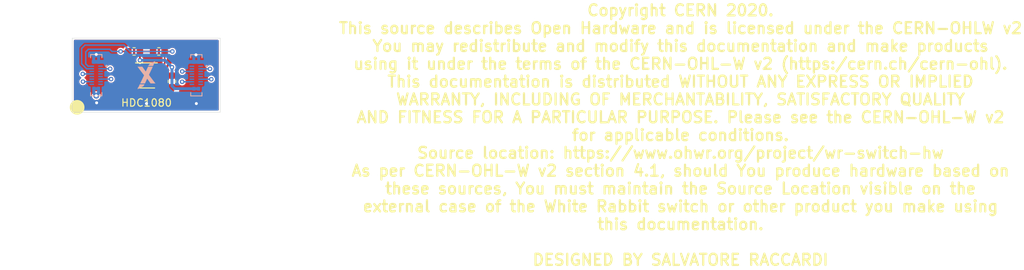
<source format=kicad_pcb>
(kicad_pcb (version 20171130) (host pcbnew "(5.1.5)-3")

  (general
    (thickness 1.6)
    (drawings 42)
    (tracks 94)
    (zones 0)
    (modules 7)
    (nets 39)
  )

  (page A4)
  (title_block
    (title "M0 - HDC1080 v1.0")
    (date 27-2-2021)
    (rev 1.0)
    (company OBJEX)
    (comment 1 "Designer: Salvatore Raccardi")
  )

  (layers
    (0 "(TOP)-RF_and_signals" signal)
    (31 "(BOTTOM)-Signals" signal)
    (32 B.Adhes user)
    (33 F.Adhes user)
    (34 B.Paste user)
    (35 F.Paste user)
    (36 B.SilkS user)
    (37 F.SilkS user)
    (38 B.Mask user)
    (39 F.Mask user)
    (40 Dwgs.User user)
    (41 Cmts.User user)
    (42 Eco1.User user)
    (43 Eco2.User user)
    (44 Edge.Cuts user)
    (45 Margin user)
    (46 B.CrtYd user)
    (47 F.CrtYd user)
    (48 B.Fab user hide)
    (49 F.Fab user hide)
  )

  (setup
    (last_trace_width 0.25)
    (user_trace_width 0.2)
    (user_trace_width 0.3)
    (user_trace_width 0.4)
    (user_trace_width 0.5)
    (trace_clearance 0.153)
    (zone_clearance 0.2)
    (zone_45_only no)
    (trace_min 0.2)
    (via_size 0.8)
    (via_drill 0.4)
    (via_min_size 0.4)
    (via_min_drill 0.3)
    (user_via 0.6 0.3)
    (uvia_size 0.3)
    (uvia_drill 0.1)
    (uvias_allowed no)
    (uvia_min_size 0.2)
    (uvia_min_drill 0.1)
    (edge_width 0.05)
    (segment_width 0.2)
    (pcb_text_width 0.3)
    (pcb_text_size 1.5 1.5)
    (mod_edge_width 0.12)
    (mod_text_size 1 1)
    (mod_text_width 0.15)
    (pad_size 1.524 1.524)
    (pad_drill 0.762)
    (pad_to_mask_clearance 0.051)
    (solder_mask_min_width 0.25)
    (aux_axis_origin 0 0)
    (visible_elements 7FFFFF7F)
    (pcbplotparams
      (layerselection 0x010f0_ffffffff)
      (usegerberextensions true)
      (usegerberattributes false)
      (usegerberadvancedattributes false)
      (creategerberjobfile false)
      (excludeedgelayer true)
      (linewidth 0.100000)
      (plotframeref false)
      (viasonmask false)
      (mode 1)
      (useauxorigin false)
      (hpglpennumber 1)
      (hpglpenspeed 20)
      (hpglpendiameter 15.000000)
      (psnegative false)
      (psa4output false)
      (plotreference true)
      (plotvalue true)
      (plotinvisibletext false)
      (padsonsilk false)
      (subtractmaskfromsilk false)
      (outputformat 1)
      (mirror false)
      (drillshape 0)
      (scaleselection 1)
      (outputdirectory "Gerbers/"))
  )

  (net 0 "")
  (net 1 GND)
  (net 2 +3V3)
  (net 3 +5V)
  (net 4 "Net-(J1-Pad3)")
  (net 5 "Net-(J1-Pad5)")
  (net 6 "Net-(J1-Pad7)")
  (net 7 "Net-(J1-Pad11)")
  (net 8 "Net-(J1-Pad15)")
  (net 9 "Net-(J1-Pad13)")
  (net 10 "Net-(J3-Pad3)")
  (net 11 "Net-(J3-Pad5)")
  (net 12 "Net-(J3-Pad7)")
  (net 13 "Net-(J3-Pad9)")
  (net 14 "Net-(J3-Pad11)")
  (net 15 "Net-(J3-Pad13)")
  (net 16 "Net-(J1-Pad1)")
  (net 17 "Net-(J1-Pad2)")
  (net 18 "Net-(J1-Pad8)")
  (net 19 "Net-(J1-Pad6)")
  (net 20 "Net-(J1-Pad12)")
  (net 21 "Net-(J1-Pad9)")
  (net 22 "Net-(J1-Pad10)")
  (net 23 "Net-(J1-Pad14)")
  (net 24 "Net-(J3-Pad4)")
  (net 25 "Net-(J3-Pad6)")
  (net 26 "Net-(J3-Pad12)")
  (net 27 "Net-(J3-Pad10)")
  (net 28 "Net-(J3-Pad14)")
  (net 29 "Net-(J1-Pad4)")
  (net 30 "Net-(J1-Pad16)")
  (net 31 /SDA)
  (net 32 /SCL)
  (net 33 "Net-(J3-Pad8)")
  (net 34 "Net-(U1-Pad7)")
  (net 35 "Net-(U1-Pad3)")
  (net 36 "Net-(U1-Pad4)")
  (net 37 "Net-(J3-Pad1)")
  (net 38 "Net-(J3-Pad2)")

  (net_class Default "This is the default net class."
    (clearance 0.153)
    (trace_width 0.25)
    (via_dia 0.8)
    (via_drill 0.4)
    (uvia_dia 0.3)
    (uvia_drill 0.1)
    (add_net +3V3)
    (add_net +5V)
    (add_net /SCL)
    (add_net /SDA)
    (add_net GND)
    (add_net "Net-(J1-Pad1)")
    (add_net "Net-(J1-Pad10)")
    (add_net "Net-(J1-Pad11)")
    (add_net "Net-(J1-Pad12)")
    (add_net "Net-(J1-Pad13)")
    (add_net "Net-(J1-Pad14)")
    (add_net "Net-(J1-Pad15)")
    (add_net "Net-(J1-Pad16)")
    (add_net "Net-(J1-Pad2)")
    (add_net "Net-(J1-Pad3)")
    (add_net "Net-(J1-Pad4)")
    (add_net "Net-(J1-Pad5)")
    (add_net "Net-(J1-Pad6)")
    (add_net "Net-(J1-Pad7)")
    (add_net "Net-(J1-Pad8)")
    (add_net "Net-(J1-Pad9)")
    (add_net "Net-(J3-Pad1)")
    (add_net "Net-(J3-Pad10)")
    (add_net "Net-(J3-Pad11)")
    (add_net "Net-(J3-Pad12)")
    (add_net "Net-(J3-Pad13)")
    (add_net "Net-(J3-Pad14)")
    (add_net "Net-(J3-Pad2)")
    (add_net "Net-(J3-Pad3)")
    (add_net "Net-(J3-Pad4)")
    (add_net "Net-(J3-Pad5)")
    (add_net "Net-(J3-Pad6)")
    (add_net "Net-(J3-Pad7)")
    (add_net "Net-(J3-Pad8)")
    (add_net "Net-(J3-Pad9)")
    (add_net "Net-(U1-Pad3)")
    (add_net "Net-(U1-Pad4)")
    (add_net "Net-(U1-Pad7)")
  )

  (module KicadLibrary:OBJEX-LOGO-X_ONLY (layer "(BOTTOM)-Signals") (tedit 0) (tstamp 603BEB73)
    (at 144.018 90.17 180)
    (fp_text reference G*** (at 0 0) (layer B.SilkS) hide
      (effects (font (size 1.524 1.524) (thickness 0.3)) (justify mirror))
    )
    (fp_text value LOGO (at 0.75 0) (layer B.SilkS) hide
      (effects (font (size 1.524 1.524) (thickness 0.3)) (justify mirror))
    )
    (fp_poly (pts (xy -1.170943 1.885541) (xy -1.130416 1.866835) (xy -1.067715 1.83649) (xy -0.986805 1.796449)
      (xy -0.891651 1.748652) (xy -0.796454 1.700272) (xy -0.679443 1.640668) (xy -0.587906 1.593623)
      (xy -0.517462 1.555705) (xy -0.463732 1.523482) (xy -0.422334 1.493524) (xy -0.388889 1.462399)
      (xy -0.359016 1.426675) (xy -0.328335 1.38292) (xy -0.292465 1.327704) (xy -0.263421 1.2827)
      (xy -0.233171 1.236133) (xy -0.882291 1.236133) (xy -1.001732 1.4859) (xy -1.067861 1.624978)
      (xy -1.119025 1.734373) (xy -1.155483 1.814652) (xy -1.177492 1.866384) (xy -1.18531 1.890137)
      (xy -1.185333 1.890669) (xy -1.170943 1.885541)) (layer B.SilkS) (width 0.01))
    (fp_poly (pts (xy 0.983621 1.134046) (xy 1.070482 1.132692) (xy 1.139358 1.130628) (xy 1.185022 1.128013)
      (xy 1.202243 1.125006) (xy 1.202267 1.124889) (xy 1.192319 1.110057) (xy 1.164075 1.071563)
      (xy 1.119934 1.012551) (xy 1.062295 0.936167) (xy 0.993558 0.845557) (xy 0.916121 0.743865)
      (xy 0.832384 0.634236) (xy 0.744746 0.519816) (xy 0.655607 0.403749) (xy 0.567365 0.289182)
      (xy 0.48242 0.179259) (xy 0.40317 0.077125) (xy 0.395039 0.066675) (xy 0.321726 -0.027517)
      (xy 0.501503 -0.407459) (xy 0.556873 -0.524525) (xy 0.612654 -0.642548) (xy 0.665525 -0.754496)
      (xy 0.712165 -0.853332) (xy 0.749252 -0.932024) (xy 0.762869 -0.960967) (xy 0.844458 -1.134534)
      (xy 0.207489 -1.134534) (xy 0.063214 -0.817634) (xy 0.019135 -0.722115) (xy -0.020924 -0.637751)
      (xy -0.054663 -0.569191) (xy -0.079782 -0.521083) (xy -0.093979 -0.498078) (xy -0.095564 -0.49679)
      (xy -0.108972 -0.508939) (xy -0.138619 -0.545161) (xy -0.181598 -0.601592) (xy -0.235001 -0.674371)
      (xy -0.295921 -0.759634) (xy -0.330885 -0.809456) (xy -0.551703 -1.126067) (xy -0.878402 -1.130671)
      (xy -1.2051 -1.135275) (xy -1.171468 -1.088337) (xy -1.153914 -1.064727) (xy -1.118212 -1.017434)
      (xy -1.066802 -0.949664) (xy -1.002124 -0.864625) (xy -0.926617 -0.765524) (xy -0.842721 -0.655567)
      (xy -0.752876 -0.537963) (xy -0.730842 -0.509143) (xy -0.621298 -0.365261) (xy -0.531637 -0.24604)
      (xy -0.460597 -0.149687) (xy -0.406917 -0.074409) (xy -0.369336 -0.018411) (xy -0.346592 0.020099)
      (xy -0.337424 0.042916) (xy -0.337826 0.049657) (xy -0.351272 0.076704) (xy -0.376263 0.128405)
      (xy -0.410795 0.200517) (xy -0.45286 0.288793) (xy -0.500454 0.388989) (xy -0.551571 0.496859)
      (xy -0.604205 0.608158) (xy -0.656351 0.718642) (xy -0.706003 0.824065) (xy -0.751156 0.920182)
      (xy -0.789805 1.002748) (xy -0.819943 1.067518) (xy -0.839565 1.110246) (xy -0.846665 1.126688)
      (xy -0.846666 1.126708) (xy -0.830606 1.129135) (xy -0.785915 1.131201) (xy -0.717829 1.132787)
      (xy -0.631583 1.133772) (xy -0.532413 1.134034) (xy -0.529166 1.134029) (xy -0.211667 1.133525)
      (xy -0.061168 0.804271) (xy -0.01637 0.707671) (xy 0.024168 0.622917) (xy 0.058259 0.554368)
      (xy 0.083716 0.506382) (xy 0.098351 0.483318) (xy 0.100603 0.481983) (xy 0.113151 0.49726)
      (xy 0.14223 0.536334) (xy 0.184975 0.595239) (xy 0.238523 0.67001) (xy 0.300008 0.756682)
      (xy 0.33881 0.811742) (xy 0.565745 1.134533) (xy 0.884006 1.134533) (xy 0.983621 1.134046)) (layer B.SilkS) (width 0.01))
    (fp_poly (pts (xy 0.952848 -1.350433) (xy 0.975884 -1.401434) (xy 1.009589 -1.47437) (xy 1.049958 -1.560655)
      (xy 1.092991 -1.6517) (xy 1.106763 -1.680633) (xy 1.144881 -1.761002) (xy 1.176887 -1.829325)
      (xy 1.200364 -1.880379) (xy 1.212898 -1.90894) (xy 1.214268 -1.913172) (xy 1.198891 -1.905684)
      (xy 1.15741 -1.88475) (xy 1.093837 -1.852414) (xy 1.012185 -1.810721) (xy 0.916465 -1.761716)
      (xy 0.821267 -1.712875) (xy 0.4318 -1.512874) (xy 0.351367 -1.396769) (xy 0.314408 -1.341867)
      (xy 0.286405 -1.297311) (xy 0.271949 -1.270517) (xy 0.270934 -1.266866) (xy 0.286996 -1.262555)
      (xy 0.331706 -1.258794) (xy 0.399843 -1.255809) (xy 0.486189 -1.253826) (xy 0.585527 -1.253068)
      (xy 0.590453 -1.253067) (xy 0.909973 -1.253067) (xy 0.952848 -1.350433)) (layer B.SilkS) (width 0.01))
  )

  (module "Connector_Hirose:BM28B0.6-16DP-2-0.35V(51)" (layer "(BOTTOM)-Signals") (tedit 603695F7) (tstamp 60371288)
    (at 147.7899 90.1954 270)
    (path /60369C04)
    (fp_text reference J1 (at 0 -0.5 90) (layer B.Fab)
      (effects (font (size 1 1) (thickness 0.15)) (justify mirror))
    )
    (fp_text value "BM28B0.6-16DP_2-0.35V(51)" (at 0 0.5 90) (layer B.Fab)
      (effects (font (size 1 1) (thickness 0.15)) (justify mirror))
    )
    (fp_circle (center -1.2192 -4.38404) (end -1.19888 -4.43484) (layer B.SilkS) (width 0.12))
    (fp_line (start -2.3495 -2.2225) (end -2.794 -2.2225) (layer B.SilkS) (width 0.12))
    (fp_line (start -2.794 -2.2225) (end -2.794 -3.7465) (layer B.SilkS) (width 0.12))
    (fp_line (start -2.794 -3.7465) (end -2.3495 -3.7465) (layer B.SilkS) (width 0.12))
    (fp_line (start 2.3495 -3.7465) (end 2.794 -3.7465) (layer B.SilkS) (width 0.12))
    (fp_line (start 2.794 -2.2225) (end 2.3495 -2.2225) (layer B.SilkS) (width 0.12))
    (fp_line (start 2.794 -3.7465) (end 2.794 -2.2225) (layer B.SilkS) (width 0.12))
    (pad 1 smd rect (at -1.22174 -3.56362 270) (size 0.18 0.615) (layers "(BOTTOM)-Signals" B.Paste B.Mask)
      (net 16 "Net-(J1-Pad1)"))
    (pad 18 smd rect (at -1.80916 -3.302 270) (size 0.52 0.4) (layers "(BOTTOM)-Signals" B.Paste B.Mask)
      (net 1 GND))
    (pad 2 smd rect (at -0.86524 -3.56362 270) (size 0.18 0.615) (layers "(BOTTOM)-Signals" B.Paste B.Mask)
      (net 17 "Net-(J1-Pad2)"))
    (pad 4 smd rect (at -0.16524 -3.56362 270) (size 0.18 0.615) (layers "(BOTTOM)-Signals" B.Paste B.Mask)
      (net 29 "Net-(J1-Pad4)"))
    (pad 3 smd rect (at -0.51524 -3.56362 270) (size 0.18 0.615) (layers "(BOTTOM)-Signals" B.Paste B.Mask)
      (net 4 "Net-(J1-Pad3)"))
    (pad 8 smd rect (at 1.23476 -3.56362 270) (size 0.18 0.615) (layers "(BOTTOM)-Signals" B.Paste B.Mask)
      (net 18 "Net-(J1-Pad8)"))
    (pad 6 smd rect (at 0.53476 -3.56362 270) (size 0.18 0.615) (layers "(BOTTOM)-Signals" B.Paste B.Mask)
      (net 19 "Net-(J1-Pad6)"))
    (pad 5 smd rect (at 0.18476 -3.56362 270) (size 0.18 0.615) (layers "(BOTTOM)-Signals" B.Paste B.Mask)
      (net 5 "Net-(J1-Pad5)"))
    (pad 7 smd rect (at 0.88476 -3.56362 270) (size 0.18 0.615) (layers "(BOTTOM)-Signals" B.Paste B.Mask)
      (net 6 "Net-(J1-Pad7)"))
    (pad 19 smd rect (at 1.82046 -3.30454 270) (size 0.52 0.4) (layers "(BOTTOM)-Signals" B.Paste B.Mask)
      (net 2 +3V3))
    (pad 17 smd rect (at -1.80916 -2.6416 90) (size 0.52 0.4) (layers "(BOTTOM)-Signals" B.Paste B.Mask)
      (net 1 GND))
    (pad 20 smd rect (at 1.82046 -2.64414 90) (size 0.52 0.4) (layers "(BOTTOM)-Signals" B.Paste B.Mask)
      (net 2 +3V3))
    (pad 12 smd rect (at 0.18476 -2.37998 270) (size 0.18 0.615) (layers "(BOTTOM)-Signals" B.Paste B.Mask)
      (net 20 "Net-(J1-Pad12)"))
    (pad 9 smd rect (at 1.23476 -2.37998 270) (size 0.18 0.615) (layers "(BOTTOM)-Signals" B.Paste B.Mask)
      (net 21 "Net-(J1-Pad9)"))
    (pad 11 smd rect (at 0.53476 -2.37998 270) (size 0.18 0.615) (layers "(BOTTOM)-Signals" B.Paste B.Mask)
      (net 7 "Net-(J1-Pad11)"))
    (pad 15 smd rect (at -0.86524 -2.37998 270) (size 0.18 0.615) (layers "(BOTTOM)-Signals" B.Paste B.Mask)
      (net 8 "Net-(J1-Pad15)"))
    (pad 16 smd rect (at -1.22174 -2.37998 270) (size 0.18 0.615) (layers "(BOTTOM)-Signals" B.Paste B.Mask)
      (net 30 "Net-(J1-Pad16)"))
    (pad 13 smd rect (at -0.16524 -2.37998 270) (size 0.18 0.615) (layers "(BOTTOM)-Signals" B.Paste B.Mask)
      (net 9 "Net-(J1-Pad13)"))
    (pad 10 smd rect (at 0.88476 -2.37998 270) (size 0.18 0.615) (layers "(BOTTOM)-Signals" B.Paste B.Mask)
      (net 22 "Net-(J1-Pad10)"))
    (pad 14 smd rect (at -0.51524 -2.37998 270) (size 0.18 0.615) (layers "(BOTTOM)-Signals" B.Paste B.Mask)
      (net 23 "Net-(J1-Pad14)"))
    (model E:/KicadLibrary/3D/BM28-16DP.stp
      (offset (xyz 0 -2.95 0))
      (scale (xyz 1 1 1))
      (rotate (xyz 0 0 0))
    )
  )

  (module "Connector_Hirose:BM28B0.6-16DP-2-0.35V(51)" (layer "(BOTTOM)-Signals") (tedit 603695F7) (tstamp 60394D3F)
    (at 134.2263 90.1827 270)
    (path /6037E454)
    (fp_text reference J3 (at 0 -0.5 90) (layer B.Fab)
      (effects (font (size 1 1) (thickness 0.15)) (justify mirror))
    )
    (fp_text value "BM28B0.6-16DP_2-0.35V(51)" (at 0 0.5 90) (layer B.Fab)
      (effects (font (size 1 1) (thickness 0.15)) (justify mirror))
    )
    (fp_circle (center -1.2192 -4.38404) (end -1.19888 -4.43484) (layer B.SilkS) (width 0.12))
    (fp_line (start -2.3495 -2.2225) (end -2.794 -2.2225) (layer B.SilkS) (width 0.12))
    (fp_line (start -2.794 -2.2225) (end -2.794 -3.7465) (layer B.SilkS) (width 0.12))
    (fp_line (start -2.794 -3.7465) (end -2.3495 -3.7465) (layer B.SilkS) (width 0.12))
    (fp_line (start 2.3495 -3.7465) (end 2.794 -3.7465) (layer B.SilkS) (width 0.12))
    (fp_line (start 2.794 -2.2225) (end 2.3495 -2.2225) (layer B.SilkS) (width 0.12))
    (fp_line (start 2.794 -3.7465) (end 2.794 -2.2225) (layer B.SilkS) (width 0.12))
    (pad 1 smd rect (at -1.22174 -3.56362 270) (size 0.18 0.615) (layers "(BOTTOM)-Signals" B.Paste B.Mask)
      (net 37 "Net-(J3-Pad1)"))
    (pad 18 smd rect (at -1.80916 -3.302 270) (size 0.52 0.4) (layers "(BOTTOM)-Signals" B.Paste B.Mask)
      (net 1 GND))
    (pad 2 smd rect (at -0.86524 -3.56362 270) (size 0.18 0.615) (layers "(BOTTOM)-Signals" B.Paste B.Mask)
      (net 38 "Net-(J3-Pad2)"))
    (pad 4 smd rect (at -0.16524 -3.56362 270) (size 0.18 0.615) (layers "(BOTTOM)-Signals" B.Paste B.Mask)
      (net 24 "Net-(J3-Pad4)"))
    (pad 3 smd rect (at -0.51524 -3.56362 270) (size 0.18 0.615) (layers "(BOTTOM)-Signals" B.Paste B.Mask)
      (net 10 "Net-(J3-Pad3)"))
    (pad 8 smd rect (at 1.23476 -3.56362 270) (size 0.18 0.615) (layers "(BOTTOM)-Signals" B.Paste B.Mask)
      (net 33 "Net-(J3-Pad8)"))
    (pad 6 smd rect (at 0.53476 -3.56362 270) (size 0.18 0.615) (layers "(BOTTOM)-Signals" B.Paste B.Mask)
      (net 25 "Net-(J3-Pad6)"))
    (pad 5 smd rect (at 0.18476 -3.56362 270) (size 0.18 0.615) (layers "(BOTTOM)-Signals" B.Paste B.Mask)
      (net 11 "Net-(J3-Pad5)"))
    (pad 7 smd rect (at 0.88476 -3.56362 270) (size 0.18 0.615) (layers "(BOTTOM)-Signals" B.Paste B.Mask)
      (net 12 "Net-(J3-Pad7)"))
    (pad 19 smd rect (at 1.82046 -3.30454 270) (size 0.52 0.4) (layers "(BOTTOM)-Signals" B.Paste B.Mask)
      (net 3 +5V))
    (pad 17 smd rect (at -1.80916 -2.6416 90) (size 0.52 0.4) (layers "(BOTTOM)-Signals" B.Paste B.Mask)
      (net 1 GND))
    (pad 20 smd rect (at 1.82046 -2.64414 90) (size 0.52 0.4) (layers "(BOTTOM)-Signals" B.Paste B.Mask)
      (net 3 +5V))
    (pad 12 smd rect (at 0.18476 -2.37998 270) (size 0.18 0.615) (layers "(BOTTOM)-Signals" B.Paste B.Mask)
      (net 26 "Net-(J3-Pad12)"))
    (pad 9 smd rect (at 1.23476 -2.37998 270) (size 0.18 0.615) (layers "(BOTTOM)-Signals" B.Paste B.Mask)
      (net 13 "Net-(J3-Pad9)"))
    (pad 11 smd rect (at 0.53476 -2.37998 270) (size 0.18 0.615) (layers "(BOTTOM)-Signals" B.Paste B.Mask)
      (net 14 "Net-(J3-Pad11)"))
    (pad 15 smd rect (at -0.86524 -2.37998 270) (size 0.18 0.615) (layers "(BOTTOM)-Signals" B.Paste B.Mask)
      (net 32 /SCL))
    (pad 16 smd rect (at -1.22174 -2.37998 270) (size 0.18 0.615) (layers "(BOTTOM)-Signals" B.Paste B.Mask)
      (net 31 /SDA))
    (pad 13 smd rect (at -0.16524 -2.37998 270) (size 0.18 0.615) (layers "(BOTTOM)-Signals" B.Paste B.Mask)
      (net 15 "Net-(J3-Pad13)"))
    (pad 10 smd rect (at 0.88476 -2.37998 270) (size 0.18 0.615) (layers "(BOTTOM)-Signals" B.Paste B.Mask)
      (net 27 "Net-(J3-Pad10)"))
    (pad 14 smd rect (at -0.51524 -2.37998 270) (size 0.18 0.615) (layers "(BOTTOM)-Signals" B.Paste B.Mask)
      (net 28 "Net-(J3-Pad14)"))
    (model E:/KicadLibrary/3D/BM28-16DP.stp
      (offset (xyz 0 -2.95 0))
      (scale (xyz 1 1 1))
      (rotate (xyz 0 0 0))
    )
  )

  (module Capacitor_SMD:C_0603_1608Metric (layer "(TOP)-RF_and_signals") (tedit 5B301BBE) (tstamp 603A24B5)
    (at 147.4724 91.0336 90)
    (descr "Capacitor SMD 0603 (1608 Metric), square (rectangular) end terminal, IPC_7351 nominal, (Body size source: http://www.tortai-tech.com/upload/download/2011102023233369053.pdf), generated with kicad-footprint-generator")
    (tags capacitor)
    (path /603A7CB6)
    (attr smd)
    (fp_text reference C1 (at 0 -1.43 90) (layer F.Fab)
      (effects (font (size 1 1) (thickness 0.15)))
    )
    (fp_text value 0.1uF (at 0 1.43 90) (layer F.Fab)
      (effects (font (size 1 1) (thickness 0.15)))
    )
    (fp_line (start -0.8 0.4) (end -0.8 -0.4) (layer F.Fab) (width 0.1))
    (fp_line (start -0.8 -0.4) (end 0.8 -0.4) (layer F.Fab) (width 0.1))
    (fp_line (start 0.8 -0.4) (end 0.8 0.4) (layer F.Fab) (width 0.1))
    (fp_line (start 0.8 0.4) (end -0.8 0.4) (layer F.Fab) (width 0.1))
    (fp_line (start -0.162779 -0.51) (end 0.162779 -0.51) (layer F.SilkS) (width 0.12))
    (fp_line (start -0.162779 0.51) (end 0.162779 0.51) (layer F.SilkS) (width 0.12))
    (fp_line (start -1.48 0.73) (end -1.48 -0.73) (layer F.CrtYd) (width 0.05))
    (fp_line (start -1.48 -0.73) (end 1.48 -0.73) (layer F.CrtYd) (width 0.05))
    (fp_line (start 1.48 -0.73) (end 1.48 0.73) (layer F.CrtYd) (width 0.05))
    (fp_line (start 1.48 0.73) (end -1.48 0.73) (layer F.CrtYd) (width 0.05))
    (fp_text user %R (at 0 0 90) (layer F.Fab)
      (effects (font (size 0.4 0.4) (thickness 0.06)))
    )
    (pad 1 smd roundrect (at -0.7875 0 90) (size 0.875 0.95) (layers "(TOP)-RF_and_signals" F.Paste F.Mask) (roundrect_rratio 0.25)
      (net 1 GND))
    (pad 2 smd roundrect (at 0.7875 0 90) (size 0.875 0.95) (layers "(TOP)-RF_and_signals" F.Paste F.Mask) (roundrect_rratio 0.25)
      (net 2 +3V3))
    (model ${KISYS3DMOD}/Capacitor_SMD.3dshapes/C_0603_1608Metric.wrl
      (at (xyz 0 0 0))
      (scale (xyz 1 1 1))
      (rotate (xyz 0 0 0))
    )
  )

  (module Resistor_SMD:R_0603_1608Metric (layer "(TOP)-RF_and_signals") (tedit 5B301BBD) (tstamp 603A24C6)
    (at 145.6944 86.9696)
    (descr "Resistor SMD 0603 (1608 Metric), square (rectangular) end terminal, IPC_7351 nominal, (Body size source: http://www.tortai-tech.com/upload/download/2011102023233369053.pdf), generated with kicad-footprint-generator")
    (tags resistor)
    (path /603AC43C)
    (attr smd)
    (fp_text reference R1 (at 0 -1.43) (layer F.Fab)
      (effects (font (size 1 1) (thickness 0.15)))
    )
    (fp_text value 10K (at 0 1.43) (layer F.Fab)
      (effects (font (size 1 1) (thickness 0.15)))
    )
    (fp_line (start -0.8 0.4) (end -0.8 -0.4) (layer F.Fab) (width 0.1))
    (fp_line (start -0.8 -0.4) (end 0.8 -0.4) (layer F.Fab) (width 0.1))
    (fp_line (start 0.8 -0.4) (end 0.8 0.4) (layer F.Fab) (width 0.1))
    (fp_line (start 0.8 0.4) (end -0.8 0.4) (layer F.Fab) (width 0.1))
    (fp_line (start -0.162779 -0.51) (end 0.162779 -0.51) (layer F.SilkS) (width 0.12))
    (fp_line (start -0.162779 0.51) (end 0.162779 0.51) (layer F.SilkS) (width 0.12))
    (fp_line (start -1.48 0.73) (end -1.48 -0.73) (layer F.CrtYd) (width 0.05))
    (fp_line (start -1.48 -0.73) (end 1.48 -0.73) (layer F.CrtYd) (width 0.05))
    (fp_line (start 1.48 -0.73) (end 1.48 0.73) (layer F.CrtYd) (width 0.05))
    (fp_line (start 1.48 0.73) (end -1.48 0.73) (layer F.CrtYd) (width 0.05))
    (fp_text user %R (at 0 0) (layer F.Fab)
      (effects (font (size 0.4 0.4) (thickness 0.06)))
    )
    (pad 1 smd roundrect (at -0.7875 0) (size 0.875 0.95) (layers "(TOP)-RF_and_signals" F.Paste F.Mask) (roundrect_rratio 0.25)
      (net 2 +3V3))
    (pad 2 smd roundrect (at 0.7875 0) (size 0.875 0.95) (layers "(TOP)-RF_and_signals" F.Paste F.Mask) (roundrect_rratio 0.25)
      (net 32 /SCL))
    (model ${KISYS3DMOD}/Resistor_SMD.3dshapes/R_0603_1608Metric.wrl
      (at (xyz 0 0 0))
      (scale (xyz 1 1 1))
      (rotate (xyz 0 0 0))
    )
  )

  (module Resistor_SMD:R_0603_1608Metric (layer "(TOP)-RF_and_signals") (tedit 5B301BBD) (tstamp 603A24D7)
    (at 142.3416 86.9696 180)
    (descr "Resistor SMD 0603 (1608 Metric), square (rectangular) end terminal, IPC_7351 nominal, (Body size source: http://www.tortai-tech.com/upload/download/2011102023233369053.pdf), generated with kicad-footprint-generator")
    (tags resistor)
    (path /603AF3D4)
    (attr smd)
    (fp_text reference R2 (at 0 -1.43) (layer F.Fab)
      (effects (font (size 1 1) (thickness 0.15)))
    )
    (fp_text value 10K (at 0 1.43) (layer F.Fab)
      (effects (font (size 1 1) (thickness 0.15)))
    )
    (fp_text user %R (at 0 0) (layer F.Fab)
      (effects (font (size 0.4 0.4) (thickness 0.06)))
    )
    (fp_line (start 1.48 0.73) (end -1.48 0.73) (layer F.CrtYd) (width 0.05))
    (fp_line (start 1.48 -0.73) (end 1.48 0.73) (layer F.CrtYd) (width 0.05))
    (fp_line (start -1.48 -0.73) (end 1.48 -0.73) (layer F.CrtYd) (width 0.05))
    (fp_line (start -1.48 0.73) (end -1.48 -0.73) (layer F.CrtYd) (width 0.05))
    (fp_line (start -0.162779 0.51) (end 0.162779 0.51) (layer F.SilkS) (width 0.12))
    (fp_line (start -0.162779 -0.51) (end 0.162779 -0.51) (layer F.SilkS) (width 0.12))
    (fp_line (start 0.8 0.4) (end -0.8 0.4) (layer F.Fab) (width 0.1))
    (fp_line (start 0.8 -0.4) (end 0.8 0.4) (layer F.Fab) (width 0.1))
    (fp_line (start -0.8 -0.4) (end 0.8 -0.4) (layer F.Fab) (width 0.1))
    (fp_line (start -0.8 0.4) (end -0.8 -0.4) (layer F.Fab) (width 0.1))
    (pad 2 smd roundrect (at 0.7875 0 180) (size 0.875 0.95) (layers "(TOP)-RF_and_signals" F.Paste F.Mask) (roundrect_rratio 0.25)
      (net 31 /SDA))
    (pad 1 smd roundrect (at -0.7875 0 180) (size 0.875 0.95) (layers "(TOP)-RF_and_signals" F.Paste F.Mask) (roundrect_rratio 0.25)
      (net 2 +3V3))
    (model ${KISYS3DMOD}/Resistor_SMD.3dshapes/R_0603_1608Metric.wrl
      (at (xyz 0 0 0))
      (scale (xyz 1 1 1))
      (rotate (xyz 0 0 0))
    )
  )

  (module Package_SON:Texas_PWSON-N6 (layer "(TOP)-RF_and_signals") (tedit 5A15BFB4) (tstamp 603A24EE)
    (at 144.018 90.2208)
    (descr "Plastic Small Outline No-Lead http://www.ti.com/lit/ml/mpds176e/mpds176e.pdf")
    (tags "Plastic Small Outline No-Lead")
    (path /603A4EDB)
    (attr smd)
    (fp_text reference U1 (at 0 -2.67) (layer F.Fab)
      (effects (font (size 1 1) (thickness 0.15)))
    )
    (fp_text value HDC1080 (at 0 2.725) (layer F.Fab)
      (effects (font (size 1 1) (thickness 0.15)))
    )
    (fp_line (start 1.475 -1.7) (end -1.475 -1.7) (layer F.SilkS) (width 0.15))
    (fp_line (start 1.1 1.7) (end -1.1 1.7) (layer F.SilkS) (width 0.15))
    (fp_line (start 1.475 -1.5) (end -0.825 -1.5) (layer F.Fab) (width 0.15))
    (fp_line (start -1.475 1.5) (end -1.475 -0.75) (layer F.Fab) (width 0.15))
    (fp_line (start -1.475 -0.75) (end -0.825 -1.5) (layer F.Fab) (width 0.15))
    (fp_line (start 1.98 1.85) (end 1.98 -1.85) (layer F.CrtYd) (width 0.05))
    (fp_line (start -1.98 1.85) (end 1.98 1.85) (layer F.CrtYd) (width 0.05))
    (fp_line (start -1.98 1.85) (end -1.98 -1.85) (layer F.CrtYd) (width 0.05))
    (fp_line (start -1.98 -1.86) (end 1.98 -1.86) (layer F.CrtYd) (width 0.05))
    (fp_text user %R (at 0 0) (layer F.Fab)
      (effects (font (size 0.5 0.5) (thickness 0.1)))
    )
    (fp_line (start 1.475 1.5) (end -1.475 1.5) (layer F.Fab) (width 0.15))
    (fp_line (start 1.475 -1.5) (end 1.475 1.5) (layer F.Fab) (width 0.15))
    (pad 7 smd rect (at 0 0) (size 1.5 2.4) (layers "(TOP)-RF_and_signals" F.Paste F.Mask)
      (net 34 "Net-(U1-Pad7)"))
    (pad 1 smd rect (at -1.4 -0.95) (size 0.6 0.4) (layers "(TOP)-RF_and_signals" F.Paste F.Mask)
      (net 31 /SDA))
    (pad 2 smd rect (at -1.4 0) (size 0.6 0.4) (layers "(TOP)-RF_and_signals" F.Paste F.Mask)
      (net 1 GND))
    (pad 3 smd rect (at -1.4 0.95) (size 0.6 0.4) (layers "(TOP)-RF_and_signals" F.Paste F.Mask)
      (net 35 "Net-(U1-Pad3)"))
    (pad 4 smd rect (at 1.4 0.95) (size 0.6 0.4) (layers "(TOP)-RF_and_signals" F.Paste F.Mask)
      (net 36 "Net-(U1-Pad4)"))
    (pad 5 smd rect (at 1.4 0) (size 0.6 0.4) (layers "(TOP)-RF_and_signals" F.Paste F.Mask)
      (net 2 +3V3))
    (pad 6 smd rect (at 1.4 -0.95) (size 0.6 0.4) (layers "(TOP)-RF_and_signals" F.Paste F.Mask)
      (net 32 /SCL))
    (model E:/KicadLibrary/3D/HDC1080DMBR.STEP
      (at (xyz 0 0 0))
      (scale (xyz 1 1 1))
      (rotate (xyz -90 0 90))
    )
  )

  (gr_text "Copyright CERN 2020.\nThis source describes Open Hardware and is licensed under the CERN-OHLW v2\nYou may redistribute and modify this documentation and make products\nusing it under the terms of the CERN-OHL-W v2 (https:/cern.ch/cern-ohl).\nThis documentation is distributed WITHOUT ANY EXPRESS OR IMPLIED\nWARRANTY, INCLUDING OF MERCHANTABILITY, SATISFACTORY QUALITY\nAND FITNESS FOR A PARTICULAR PURPOSE. Please see the CERN-OHL-W v2\nfor applicable conditions.\nSource location: https://www.ohwr.org/project/wr-switch-hw\nAs per CERN-OHL-W v2 section 4.1, should You produce hardware based on\nthese sources, You must maintain the Source Location visible on the\nexternal case of the White Rabbit switch or other product you make using\nthis documentation.\n\nDESIGNED BY SALVATORE RACCARDI" (at 216.38514 98.30562) (layer F.SilkS)
    (effects (font (size 1.5 1.5) (thickness 0.3)))
  )
  (gr_text HDC1080 (at 144.018 93.9292) (layer F.SilkS)
    (effects (font (size 1 1) (thickness 0.15)))
  )
  (gr_circle (center 134.62 94.5388) (end 134.62 94.5388) (layer F.SilkS) (width 1))
  (dimension 5.0292 (width 0.15) (layer Eco1.User)
    (gr_text "5.029 mm" (at 130.19072 87.7062 270) (layer Eco1.User) (tstamp 6074159B)
      (effects (font (size 1 1) (thickness 0.15)))
    )
    (feature1 (pts (xy 133.9596 90.2208) (xy 130.904299 90.2208)))
    (feature2 (pts (xy 133.9596 85.1916) (xy 130.904299 85.1916)))
    (crossbar (pts (xy 131.49072 85.1916) (xy 131.49072 90.2208)))
    (arrow1a (pts (xy 131.49072 90.2208) (xy 130.904299 89.094296)))
    (arrow1b (pts (xy 131.49072 90.2208) (xy 132.077141 89.094296)))
    (arrow2a (pts (xy 131.49072 85.1916) (xy 130.904299 86.318104)))
    (arrow2b (pts (xy 131.49072 85.1916) (xy 132.077141 86.318104)))
  )
  (dimension 10.033 (width 0.15) (layer Eco1.User)
    (gr_text "10.033 mm" (at 127.8336 90.1827 270) (layer Eco1.User)
      (effects (font (size 1 1) (thickness 0.15)))
    )
    (feature1 (pts (xy 154.0256 95.1992) (xy 128.547179 95.1992)))
    (feature2 (pts (xy 154.0256 85.1662) (xy 128.547179 85.1662)))
    (crossbar (pts (xy 129.1336 85.1662) (xy 129.1336 95.1992)))
    (arrow1a (pts (xy 129.1336 95.1992) (xy 128.547179 94.072696)))
    (arrow1b (pts (xy 129.1336 95.1992) (xy 129.720021 94.072696)))
    (arrow2a (pts (xy 129.1336 85.1662) (xy 128.547179 86.292704)))
    (arrow2b (pts (xy 129.1336 85.1662) (xy 129.720021 86.292704)))
  )
  (dimension 10.0584 (width 0.15) (layer Eco1.User)
    (gr_text "10.058 mm" (at 138.9888 82.3295) (layer Eco1.User)
      (effects (font (size 1 1) (thickness 0.15)))
    )
    (feature1 (pts (xy 144.018 105.41) (xy 144.018 83.043079)))
    (feature2 (pts (xy 133.9596 105.41) (xy 133.9596 83.043079)))
    (crossbar (pts (xy 133.9596 83.6295) (xy 144.018 83.6295)))
    (arrow1a (pts (xy 144.018 83.6295) (xy 142.891496 84.215921)))
    (arrow1b (pts (xy 144.018 83.6295) (xy 142.891496 83.043079)))
    (arrow2a (pts (xy 133.9596 83.6295) (xy 135.086104 84.215921)))
    (arrow2b (pts (xy 133.9596 83.6295) (xy 135.086104 83.043079)))
  )
  (gr_line (start 154.0256 85.1662) (end 154.0256 95.1992) (layer Edge.Cuts) (width 0.05) (tstamp 60369A63))
  (gr_line (start 133.9596 85.1662) (end 154.0256 85.1662) (layer Edge.Cuts) (width 0.05))
  (gr_line (start 133.9596 95.1992) (end 133.9596 85.1662) (layer Edge.Cuts) (width 0.05))
  (gr_line (start 154.0256 95.1992) (end 133.9596 95.1992) (layer Edge.Cuts) (width 0.05))
  (dimension 20.2438 (width 0.15) (layer Eco1.User)
    (gr_text "20.244 mm" (at 161.2184 95.2881 90) (layer Eco1.User)
      (effects (font (size 1 1) (thickness 0.15)))
    )
    (feature1 (pts (xy 154.0256 85.1662) (xy 160.504821 85.1662)))
    (feature2 (pts (xy 154.0256 105.41) (xy 160.504821 105.41)))
    (crossbar (pts (xy 159.9184 105.41) (xy 159.9184 85.1662)))
    (arrow1a (pts (xy 159.9184 85.1662) (xy 160.504821 86.292704)))
    (arrow1b (pts (xy 159.9184 85.1662) (xy 159.331979 86.292704)))
    (arrow2a (pts (xy 159.9184 105.41) (xy 160.504821 104.283496)))
    (arrow2b (pts (xy 159.9184 105.41) (xy 159.331979 104.283496)))
  )
  (dimension 20.066 (width 0.15) (layer Eco1.User)
    (gr_text "20.066 mm" (at 143.9926 111.0026) (layer Eco1.User)
      (effects (font (size 1 1) (thickness 0.15)))
    )
    (feature1 (pts (xy 154.0256 105.41) (xy 154.0256 110.289021)))
    (feature2 (pts (xy 133.9596 105.41) (xy 133.9596 110.289021)))
    (crossbar (pts (xy 133.9596 109.7026) (xy 154.0256 109.7026)))
    (arrow1a (pts (xy 154.0256 109.7026) (xy 152.899096 110.289021)))
    (arrow1b (pts (xy 154.0256 109.7026) (xy 152.899096 109.116179)))
    (arrow2a (pts (xy 133.9596 109.7026) (xy 135.086104 110.289021)))
    (arrow2b (pts (xy 133.9596 109.7026) (xy 135.086104 109.116179)))
  )
  (gr_line (start 154.0256 85.1662) (end 154.0256 95.1992) (layer Margin) (width 0.15) (tstamp 60369A57))
  (gr_line (start 133.9596 85.1662) (end 154.0256 85.1662) (layer Margin) (width 0.15))
  (gr_line (start 133.9596 95.1992) (end 133.9596 85.1662) (layer Margin) (width 0.15))
  (gr_line (start 154.0256 95.1992) (end 133.9596 95.1992) (layer Margin) (width 0.15))
  (dimension 2.2352 (width 0.12) (layer Dwgs.User) (tstamp 60340654)
    (gr_text "2.235 mm" (at 156.1084 94.0816 90) (layer Dwgs.User) (tstamp 60340654)
      (effects (font (size 1 1) (thickness 0.15)))
    )
    (feature1 (pts (xy 136.4488 92.964) (xy 155.424821 92.964)))
    (feature2 (pts (xy 136.4488 95.1992) (xy 155.424821 95.1992)))
    (crossbar (pts (xy 154.8384 95.1992) (xy 154.8384 92.964)))
    (arrow1a (pts (xy 154.8384 92.964) (xy 155.424821 94.090504)))
    (arrow1b (pts (xy 154.8384 92.964) (xy 154.251979 94.090504)))
    (arrow2a (pts (xy 154.8384 95.1992) (xy 155.424821 94.072696)))
    (arrow2b (pts (xy 154.8384 95.1992) (xy 154.251979 94.072696)))
  )
  (gr_text S1 (at 135.4836 94.0308) (layer Dwgs.User) (tstamp 6034069E)
    (effects (font (size 1 1) (thickness 0.15)))
  )
  (gr_text S2 (at 135.3566 104.4194) (layer Dwgs.User) (tstamp 603406A1)
    (effects (font (size 1 1) (thickness 0.15)))
  )
  (gr_line (start 136.4488 92.964) (end 136.4488 87.4268) (layer Dwgs.User) (width 0.15) (tstamp 60340698))
  (gr_line (start 150.0124 87.4268) (end 151.5364 87.4268) (layer Dwgs.User) (width 0.15) (tstamp 6034067D))
  (gr_line (start 150.0124 92.964) (end 150.0124 87.4268) (layer Dwgs.User) (width 0.15) (tstamp 60340689))
  (gr_line (start 150.0378 97.6376) (end 151.5618 97.6376) (layer Dwgs.User) (width 0.15) (tstamp 6034067A))
  (gr_line (start 133.9596 85.1662) (end 154.0256 85.1662) (layer Dwgs.User) (width 0.15) (tstamp 60340665))
  (gr_line (start 154.0256 85.1662) (end 154.0256 105.41) (layer Dwgs.User) (width 0.15) (tstamp 6034065C))
  (gr_line (start 136.4488 87.4268) (end 137.9728 87.4268) (layer Dwgs.User) (width 0.15) (tstamp 60340692))
  (gr_line (start 151.5618 103.1748) (end 150.0378 103.1748) (layer Dwgs.User) (width 0.15) (tstamp 60340662))
  (dimension 2.2352 (width 0.12) (layer Dwgs.User) (tstamp 6034066C)
    (gr_text "2.235 mm" (at 156.1084 86.2838 90) (layer Dwgs.User) (tstamp 6034066C)
      (effects (font (size 1 1) (thickness 0.15)))
    )
    (feature1 (pts (xy 136.4488 85.1662) (xy 155.424821 85.1662)))
    (feature2 (pts (xy 136.4488 87.4014) (xy 155.424821 87.4014)))
    (crossbar (pts (xy 154.8384 87.4014) (xy 154.8384 85.1662)))
    (arrow1a (pts (xy 154.8384 85.1662) (xy 155.424821 86.292704)))
    (arrow1b (pts (xy 154.8384 85.1662) (xy 154.251979 86.292704)))
    (arrow2a (pts (xy 154.8384 87.4014) (xy 155.424821 86.274896)))
    (arrow2b (pts (xy 154.8384 87.4014) (xy 154.251979 86.274896)))
  )
  (gr_line (start 137.9728 92.964) (end 136.4488 92.964) (layer Dwgs.User) (width 0.15) (tstamp 60340659))
  (gr_line (start 133.9596 105.41) (end 133.9596 85.1662) (layer Dwgs.User) (width 0.15) (tstamp 60340650))
  (gr_line (start 151.5364 87.4268) (end 151.5364 92.964) (layer Dwgs.User) (width 0.15) (tstamp 60340680))
  (gr_line (start 133.9596 95.1738) (end 154.0256 95.1738) (layer Dwgs.User) (width 0.15) (tstamp 60340677))
  (gr_line (start 137.9982 97.6376) (end 137.9982 103.1748) (layer Dwgs.User) (width 0.15) (tstamp 60340671))
  (gr_line (start 150.0378 103.1748) (end 150.0378 97.6376) (layer Dwgs.User) (width 0.15) (tstamp 6034068F))
  (gr_line (start 154.0256 95.4024) (end 133.9596 95.4024) (layer Dwgs.User) (width 0.15) (tstamp 60340695))
  (gr_line (start 137.9728 87.4268) (end 137.9728 92.964) (layer Dwgs.User) (width 0.15) (tstamp 60340683))
  (gr_line (start 137.9982 103.1748) (end 136.4742 103.1748) (layer Dwgs.User) (width 0.15) (tstamp 6034069B))
  (gr_line (start 151.5618 97.6376) (end 151.5618 103.1748) (layer Dwgs.User) (width 0.15) (tstamp 60340674))
  (gr_line (start 151.5364 92.964) (end 150.0124 92.964) (layer Dwgs.User) (width 0.15) (tstamp 60340686))
  (gr_line (start 133.9596 105.41) (end 154.0256 105.41) (layer Dwgs.User) (width 0.15) (tstamp 60340668))
  (gr_line (start 136.4742 97.6376) (end 137.9982 97.6376) (layer Dwgs.User) (width 0.15) (tstamp 6034065F))
  (gr_line (start 136.4742 103.1748) (end 136.4742 97.6376) (layer Dwgs.User) (width 0.15) (tstamp 6034068C))

  (via (at 137.2616 93.9292) (size 0.8) (drill 0.4) (layers "(TOP)-RF_and_signals" "(BOTTOM)-Signals") (net 1))
  (via (at 144.018 94.0308) (size 0.8) (drill 0.4) (layers "(TOP)-RF_and_signals" "(BOTTOM)-Signals") (net 1))
  (via (at 150.7744 94.0308) (size 0.8) (drill 0.4) (layers "(TOP)-RF_and_signals" "(BOTTOM)-Signals") (net 1))
  (via (at 137.2108 87.376) (size 0.8) (drill 0.4) (layers "(TOP)-RF_and_signals" "(BOTTOM)-Signals") (net 1))
  (segment (start 136.8679 87.7189) (end 137.2108 87.376) (width 0.4) (layer "(BOTTOM)-Signals") (net 1))
  (segment (start 136.8679 88.37354) (end 136.8679 87.7189) (width 0.4) (layer "(BOTTOM)-Signals") (net 1))
  (segment (start 137.5283 87.6935) (end 137.2108 87.376) (width 0.4) (layer "(BOTTOM)-Signals") (net 1))
  (segment (start 137.5283 88.37354) (end 137.5283 87.6935) (width 0.4) (layer "(BOTTOM)-Signals") (net 1))
  (via (at 150.7236 87.4268) (size 0.8) (drill 0.4) (layers "(TOP)-RF_and_signals" "(BOTTOM)-Signals") (net 1))
  (segment (start 150.4315 87.7189) (end 150.7236 87.4268) (width 0.4) (layer "(BOTTOM)-Signals") (net 1))
  (segment (start 150.4315 88.38624) (end 150.4315 87.7189) (width 0.4) (layer "(BOTTOM)-Signals") (net 1))
  (segment (start 151.0919 87.7951) (end 150.7236 87.4268) (width 0.4) (layer "(BOTTOM)-Signals") (net 1))
  (segment (start 151.0919 88.38624) (end 151.0919 87.7951) (width 0.4) (layer "(BOTTOM)-Signals") (net 1))
  (segment (start 143.1291 86.9696) (end 144.9069 86.9696) (width 0.25) (layer "(TOP)-RF_and_signals") (net 2))
  (segment (start 143.1291 86.9696) (end 143.1291 88.1633) (width 0.25) (layer "(TOP)-RF_and_signals") (net 2))
  (segment (start 143.1291 88.1633) (end 143.1291 88.1633) (width 0.25) (layer "(TOP)-RF_and_signals") (net 2) (tstamp 603A27BA))
  (segment (start 147.4471 90.2208) (end 147.4724 90.2461) (width 0.25) (layer "(TOP)-RF_and_signals") (net 2))
  (segment (start 145.418 90.2208) (end 147.4471 90.2208) (width 0.25) (layer "(TOP)-RF_and_signals") (net 2))
  (segment (start 147.4724 90.2461) (end 147.4724 89.8086) (width 0.2) (layer "(TOP)-RF_and_signals") (net 2))
  (segment (start 147.4724 89.8086) (end 147.4724 89.1032) (width 0.2) (layer "(TOP)-RF_and_signals") (net 2))
  (segment (start 147.4724 89.1032) (end 147.4724 89.1032) (width 0.2) (layer "(TOP)-RF_and_signals") (net 2) (tstamp 603A288F))
  (segment (start 143.1291 88.1633) (end 143.1291 88.1633) (width 0.25) (layer "(TOP)-RF_and_signals") (net 2) (tstamp 603BE31B))
  (via (at 143.1291 88.1633) (size 0.6) (drill 0.3) (layers "(TOP)-RF_and_signals" "(BOTTOM)-Signals") (net 2))
  (segment (start 147.4724 89.1032) (end 147.4724 89.1032) (width 0.2) (layer "(TOP)-RF_and_signals") (net 2) (tstamp 603BE331))
  (via (at 147.4724 89.1032) (size 0.6) (drill 0.3) (layers "(TOP)-RF_and_signals" "(BOTTOM)-Signals") (net 2))
  (segment (start 151.09444 92.01586) (end 150.43404 92.01586) (width 0.4) (layer "(BOTTOM)-Signals") (net 2))
  (segment (start 150.43404 92.01586) (end 147.84506 92.01586) (width 0.4) (layer "(BOTTOM)-Signals") (net 2))
  (segment (start 147.4724 91.6432) (end 147.4724 89.1032) (width 0.4) (layer "(BOTTOM)-Signals") (net 2))
  (segment (start 147.84506 92.01586) (end 147.4724 91.6432) (width 0.4) (layer "(BOTTOM)-Signals") (net 2))
  (segment (start 146.5325 88.1633) (end 143.1291 88.1633) (width 0.4) (layer "(BOTTOM)-Signals") (net 2))
  (segment (start 147.4724 89.1032) (end 146.5325 88.1633) (width 0.4) (layer "(BOTTOM)-Signals") (net 2))
  (via (at 137.2108 92.964) (size 0.8) (drill 0.4) (layers "(TOP)-RF_and_signals" "(BOTTOM)-Signals") (net 3))
  (segment (start 136.87044 92.00316) (end 137.53084 92.00316) (width 0.4) (layer "(BOTTOM)-Signals") (net 3))
  (segment (start 136.87044 92.62364) (end 137.2108 92.964) (width 0.4) (layer "(BOTTOM)-Signals") (net 3))
  (segment (start 136.87044 92.00316) (end 136.87044 92.62364) (width 0.4) (layer "(BOTTOM)-Signals") (net 3))
  (segment (start 137.53084 92.64396) (end 137.2108 92.964) (width 0.4) (layer "(BOTTOM)-Signals") (net 3))
  (segment (start 137.53084 92.00316) (end 137.53084 92.64396) (width 0.4) (layer "(BOTTOM)-Signals") (net 3))
  (segment (start 136.60628 90.01746) (end 135.38214 90.01746) (width 0.2) (layer "(BOTTOM)-Signals") (net 15))
  (segment (start 135.38214 90.01746) (end 135.38214 90.01746) (width 0.2) (layer "(BOTTOM)-Signals") (net 15) (tstamp 603BE38B))
  (via (at 135.38214 90.01746) (size 0.6) (drill 0.3) (layers "(TOP)-RF_and_signals" "(BOTTOM)-Signals") (net 15))
  (segment (start 151.35352 89.33016) (end 152.62696 89.33016) (width 0.2) (layer "(BOTTOM)-Signals") (net 17))
  (segment (start 152.62696 89.33016) (end 152.62696 89.33016) (width 0.2) (layer "(BOTTOM)-Signals") (net 17) (tstamp 603BE381))
  (via (at 152.62696 89.33016) (size 0.6) (drill 0.3) (layers "(TOP)-RF_and_signals" "(BOTTOM)-Signals") (net 17))
  (segment (start 151.35352 90.73016) (end 152.80504 90.73016) (width 0.2) (layer "(BOTTOM)-Signals") (net 19))
  (segment (start 152.80504 90.73016) (end 152.80504 90.73016) (width 0.2) (layer "(BOTTOM)-Signals") (net 19) (tstamp 603BE37F))
  (via (at 152.80504 90.73016) (size 0.6) (drill 0.3) (layers "(TOP)-RF_and_signals" "(BOTTOM)-Signals") (net 19))
  (segment (start 150.16988 91.08016) (end 148.84824 91.08016) (width 0.2) (layer "(BOTTOM)-Signals") (net 22))
  (segment (start 148.84824 91.08016) (end 148.84824 91.08016) (width 0.2) (layer "(BOTTOM)-Signals") (net 22) (tstamp 603BE37B))
  (via (at 148.84824 91.08016) (size 0.6) (drill 0.3) (layers "(TOP)-RF_and_signals" "(BOTTOM)-Signals") (net 22))
  (segment (start 150.16988 89.68016) (end 148.86216 89.68016) (width 0.2) (layer "(BOTTOM)-Signals") (net 23))
  (segment (start 148.86216 89.68016) (end 148.86216 89.68016) (width 0.2) (layer "(BOTTOM)-Signals") (net 23) (tstamp 603BE37D))
  (via (at 148.86216 89.68016) (size 0.6) (drill 0.3) (layers "(TOP)-RF_and_signals" "(BOTTOM)-Signals") (net 23))
  (segment (start 137.889539 90.710461) (end 139.224461 90.710461) (width 0.2) (layer "(BOTTOM)-Signals") (net 25))
  (segment (start 137.78992 90.71746) (end 137.88254 90.71746) (width 0.2) (layer "(BOTTOM)-Signals") (net 25))
  (segment (start 137.88254 90.71746) (end 137.889539 90.710461) (width 0.2) (layer "(BOTTOM)-Signals") (net 25))
  (segment (start 139.224461 90.710461) (end 139.224461 90.710461) (width 0.2) (layer "(BOTTOM)-Signals") (net 25) (tstamp 603BE38F))
  (via (at 139.224461 90.710461) (size 0.6) (drill 0.3) (layers "(TOP)-RF_and_signals" "(BOTTOM)-Signals") (net 25))
  (segment (start 136.577261 91.060461) (end 135.408861 91.060461) (width 0.2) (layer "(BOTTOM)-Signals") (net 27))
  (segment (start 136.60628 91.06746) (end 136.58426 91.06746) (width 0.2) (layer "(BOTTOM)-Signals") (net 27))
  (segment (start 136.58426 91.06746) (end 136.577261 91.060461) (width 0.2) (layer "(BOTTOM)-Signals") (net 27))
  (segment (start 135.408861 91.060461) (end 135.408861 91.060461) (width 0.2) (layer "(BOTTOM)-Signals") (net 27) (tstamp 603BE38D))
  (via (at 135.408861 91.060461) (size 0.6) (drill 0.3) (layers "(TOP)-RF_and_signals" "(BOTTOM)-Signals") (net 27))
  (segment (start 141.5541 87.4446) (end 141.5541 86.9696) (width 0.2) (layer "(TOP)-RF_and_signals") (net 31))
  (segment (start 141.5541 88.7069) (end 141.5541 87.4446) (width 0.2) (layer "(TOP)-RF_and_signals") (net 31))
  (segment (start 142.118 89.2708) (end 141.5541 88.7069) (width 0.2) (layer "(TOP)-RF_and_signals") (net 31))
  (segment (start 142.618 89.2708) (end 142.118 89.2708) (width 0.2) (layer "(TOP)-RF_and_signals") (net 31))
  (segment (start 141.5541 86.9696) (end 141.1166 86.9696) (width 0.2) (layer "(TOP)-RF_and_signals") (net 31))
  (segment (start 141.1166 86.9696) (end 140.5128 86.9696) (width 0.2) (layer "(TOP)-RF_and_signals") (net 31))
  (segment (start 140.5128 86.9696) (end 140.5128 86.9696) (width 0.2) (layer "(TOP)-RF_and_signals") (net 31) (tstamp 603BE314))
  (via (at 140.5128 86.9696) (size 0.6) (drill 0.3) (layers "(TOP)-RF_and_signals" "(BOTTOM)-Signals") (net 31))
  (segment (start 139.3444 86.9696) (end 140.5128 86.9696) (width 0.2) (layer "(BOTTOM)-Signals") (net 31))
  (segment (start 139.044401 86.669601) (end 139.3444 86.9696) (width 0.2) (layer "(BOTTOM)-Signals") (net 31))
  (segment (start 136.09878 88.96096) (end 135.7884 88.65058) (width 0.2) (layer "(BOTTOM)-Signals") (net 31))
  (segment (start 136.60628 88.96096) (end 136.09878 88.96096) (width 0.2) (layer "(BOTTOM)-Signals") (net 31))
  (segment (start 135.7884 88.65058) (end 135.7884 87.0204) (width 0.2) (layer "(BOTTOM)-Signals") (net 31))
  (segment (start 135.7884 87.0204) (end 136.139199 86.669601) (width 0.2) (layer "(BOTTOM)-Signals") (net 31))
  (segment (start 136.139199 86.669601) (end 139.044401 86.669601) (width 0.2) (layer "(BOTTOM)-Signals") (net 31))
  (segment (start 146.4819 88.7069) (end 146.4819 87.4446) (width 0.2) (layer "(TOP)-RF_and_signals") (net 32))
  (segment (start 146.4819 87.4446) (end 146.4819 86.9696) (width 0.2) (layer "(TOP)-RF_and_signals") (net 32))
  (segment (start 145.918 89.2708) (end 146.4819 88.7069) (width 0.2) (layer "(TOP)-RF_and_signals") (net 32))
  (segment (start 145.418 89.2708) (end 145.918 89.2708) (width 0.2) (layer "(TOP)-RF_and_signals") (net 32))
  (segment (start 146.4819 86.9696) (end 147.5232 86.9696) (width 0.2) (layer "(TOP)-RF_and_signals") (net 32))
  (segment (start 147.5232 86.9696) (end 147.5232 86.9696) (width 0.2) (layer "(TOP)-RF_and_signals") (net 32) (tstamp 603BE32F))
  (via (at 147.5232 86.9696) (size 0.6) (drill 0.3) (layers "(TOP)-RF_and_signals" "(BOTTOM)-Signals") (net 32))
  (segment (start 135.90106 89.31746) (end 136.60628 89.31746) (width 0.2) (layer "(BOTTOM)-Signals") (net 32))
  (segment (start 135.2296 88.646) (end 135.90106 89.31746) (width 0.2) (layer "(BOTTOM)-Signals") (net 32))
  (segment (start 141.8336 86.9696) (end 140.97 86.106) (width 0.2) (layer "(BOTTOM)-Signals") (net 32))
  (segment (start 147.5232 86.9696) (end 141.8336 86.9696) (width 0.2) (layer "(BOTTOM)-Signals") (net 32))
  (segment (start 135.6868 86.106) (end 135.2296 86.5632) (width 0.2) (layer "(BOTTOM)-Signals") (net 32))
  (segment (start 140.97 86.106) (end 135.6868 86.106) (width 0.2) (layer "(BOTTOM)-Signals") (net 32))
  (segment (start 135.2296 86.5632) (end 135.2296 88.646) (width 0.2) (layer "(BOTTOM)-Signals") (net 32))
  (segment (start 137.78992 89.31746) (end 139.10146 89.31746) (width 0.2) (layer "(BOTTOM)-Signals") (net 38))
  (segment (start 139.10146 89.31746) (end 139.10146 89.31746) (width 0.2) (layer "(BOTTOM)-Signals") (net 38) (tstamp 603CDA04))
  (via (at 139.10146 89.31746) (size 0.6) (drill 0.3) (layers "(TOP)-RF_and_signals" "(BOTTOM)-Signals") (net 38))

  (zone (net 1) (net_name GND) (layer "(BOTTOM)-Signals") (tstamp 603D03B1) (hatch edge 0.508)
    (connect_pads (clearance 0.2))
    (min_thickness 0.254)
    (fill yes (arc_segments 32) (thermal_gap 0.508) (thermal_bridge_width 0.508))
    (polygon
      (pts
        (xy 154.0256 95.1992) (xy 133.9596 95.1992) (xy 133.9596 85.1916) (xy 154.0256 85.1916)
      )
    )
    (filled_polygon
      (pts
        (xy 153.673601 94.8472) (xy 134.3116 94.8472) (xy 134.3116 89.955706) (xy 134.75514 89.955706) (xy 134.75514 90.079214)
        (xy 134.779235 90.200349) (xy 134.8265 90.314456) (xy 134.895117 90.417149) (xy 134.982451 90.504483) (xy 135.047411 90.547888)
        (xy 135.009172 90.573438) (xy 134.921838 90.660772) (xy 134.853221 90.763465) (xy 134.805956 90.877572) (xy 134.781861 90.998707)
        (xy 134.781861 91.122215) (xy 134.805956 91.24335) (xy 134.853221 91.357457) (xy 134.921838 91.46015) (xy 135.009172 91.547484)
        (xy 135.111865 91.616101) (xy 135.225972 91.663366) (xy 135.347107 91.687461) (xy 135.470615 91.687461) (xy 135.59175 91.663366)
        (xy 135.705857 91.616101) (xy 135.80855 91.547484) (xy 135.868573 91.487461) (xy 135.970198 91.487461) (xy 135.970198 91.50746)
        (xy 135.976512 91.571563) (xy 135.99521 91.633203) (xy 136.025574 91.69001) (xy 136.066437 91.739803) (xy 136.11623 91.780666)
        (xy 136.173037 91.81103) (xy 136.234677 91.829728) (xy 136.29878 91.836042) (xy 136.341858 91.836042) (xy 136.341858 91.993342)
        (xy 136.340891 92.00316) (xy 136.341858 92.012978) (xy 136.341858 92.26316) (xy 136.34344 92.279221) (xy 136.34344 92.597759)
        (xy 136.340891 92.62364) (xy 136.351066 92.726949) (xy 136.381201 92.826289) (xy 136.430136 92.917841) (xy 136.430137 92.917842)
        (xy 136.4838 92.983231) (xy 136.4838 93.035603) (xy 136.511738 93.176058) (xy 136.566541 93.308364) (xy 136.646102 93.427436)
        (xy 136.747364 93.528698) (xy 136.866436 93.608259) (xy 136.998742 93.663062) (xy 137.139197 93.691) (xy 137.282403 93.691)
        (xy 137.422858 93.663062) (xy 137.555164 93.608259) (xy 137.674236 93.528698) (xy 137.775498 93.427436) (xy 137.855059 93.308364)
        (xy 137.909862 93.176058) (xy 137.9378 93.035603) (xy 137.9378 92.978792) (xy 137.971144 92.938162) (xy 138.020079 92.84661)
        (xy 138.050214 92.74727) (xy 138.05784 92.669841) (xy 138.060389 92.64396) (xy 138.05784 92.618079) (xy 138.05784 92.279221)
        (xy 138.059422 92.26316) (xy 138.059422 92.012978) (xy 138.060389 92.00316) (xy 138.059422 91.993342) (xy 138.059422 91.836042)
        (xy 138.09742 91.836042) (xy 138.161523 91.829728) (xy 138.223163 91.81103) (xy 138.27997 91.780666) (xy 138.329763 91.739803)
        (xy 138.370626 91.69001) (xy 138.40099 91.633203) (xy 138.419688 91.571563) (xy 138.426002 91.50746) (xy 138.426002 91.32746)
        (xy 138.419688 91.263357) (xy 138.413349 91.24246) (xy 138.419688 91.221563) (xy 138.426002 91.15746) (xy 138.426002 91.137461)
        (xy 138.764749 91.137461) (xy 138.824772 91.197484) (xy 138.927465 91.266101) (xy 139.041572 91.313366) (xy 139.162707 91.337461)
        (xy 139.286215 91.337461) (xy 139.40735 91.313366) (xy 139.521457 91.266101) (xy 139.62415 91.197484) (xy 139.711484 91.11015)
        (xy 139.780101 91.007457) (xy 139.827366 90.89335) (xy 139.851461 90.772215) (xy 139.851461 90.648707) (xy 139.827366 90.527572)
        (xy 139.780101 90.413465) (xy 139.711484 90.310772) (xy 139.62415 90.223438) (xy 139.521457 90.154821) (xy 139.40735 90.107556)
        (xy 139.286215 90.083461) (xy 139.162707 90.083461) (xy 139.041572 90.107556) (xy 138.927465 90.154821) (xy 138.824772 90.223438)
        (xy 138.764749 90.283461) (xy 138.426002 90.283461) (xy 138.426002 90.27746) (xy 138.419688 90.213357) (xy 138.413349 90.19246)
        (xy 138.419688 90.171563) (xy 138.426002 90.10746) (xy 138.426002 89.92746) (xy 138.419688 89.863357) (xy 138.413349 89.84246)
        (xy 138.419688 89.821563) (xy 138.426002 89.75746) (xy 138.426002 89.74446) (xy 138.641748 89.74446) (xy 138.701771 89.804483)
        (xy 138.804464 89.8731) (xy 138.918571 89.920365) (xy 139.039706 89.94446) (xy 139.163214 89.94446) (xy 139.284349 89.920365)
        (xy 139.398456 89.8731) (xy 139.501149 89.804483) (xy 139.588483 89.717149) (xy 139.6571 89.614456) (xy 139.704365 89.500349)
        (xy 139.72846 89.379214) (xy 139.72846 89.255706) (xy 139.704365 89.134571) (xy 139.6571 89.020464) (xy 139.588483 88.917771)
        (xy 139.501149 88.830437) (xy 139.398456 88.76182) (xy 139.284349 88.714555) (xy 139.163214 88.69046) (xy 139.039706 88.69046)
        (xy 138.918571 88.714555) (xy 138.804464 88.76182) (xy 138.701771 88.830437) (xy 138.641748 88.89046) (xy 138.426002 88.89046)
        (xy 138.426002 88.87096) (xy 138.419688 88.806857) (xy 138.40099 88.745217) (xy 138.370626 88.68841) (xy 138.361935 88.677819)
        (xy 138.3633 88.65929) (xy 138.20455 88.50054) (xy 137.6013 88.50054) (xy 137.6013 88.52054) (xy 137.56415 88.52054)
        (xy 137.54415 88.50054) (xy 136.85205 88.50054) (xy 136.83205 88.52054) (xy 136.7949 88.52054) (xy 136.7949 88.50054)
        (xy 136.7209 88.50054) (xy 136.7209 88.24654) (xy 136.7949 88.24654) (xy 136.7949 88.18939) (xy 136.85205 88.24654)
        (xy 137.54415 88.24654) (xy 137.6013 88.18939) (xy 137.6013 88.24654) (xy 138.20455 88.24654) (xy 138.349544 88.101546)
        (xy 142.5021 88.101546) (xy 142.5021 88.225054) (xy 142.526195 88.346189) (xy 142.57346 88.460296) (xy 142.642077 88.562989)
        (xy 142.729411 88.650323) (xy 142.832104 88.71894) (xy 142.946211 88.766205) (xy 143.067346 88.7903) (xy 143.190854 88.7903)
        (xy 143.311989 88.766205) (xy 143.426096 88.71894) (xy 143.468959 88.6903) (xy 146.314211 88.6903) (xy 146.859438 89.235528)
        (xy 146.869495 89.286089) (xy 146.91676 89.400196) (xy 146.945401 89.44306) (xy 146.9454 91.617319) (xy 146.942851 91.6432)
        (xy 146.949328 91.708958) (xy 146.953026 91.746509) (xy 146.983161 91.845849) (xy 147.032096 91.937402) (xy 147.097952 92.017648)
        (xy 147.118065 92.034155) (xy 147.454113 92.370204) (xy 147.470612 92.390308) (xy 147.550858 92.456164) (xy 147.64241 92.505099)
        (xy 147.74175 92.535234) (xy 147.796751 92.540651) (xy 147.84506 92.545409) (xy 147.870941 92.54286) (xy 150.043928 92.54286)
        (xy 150.05149 92.549066) (xy 150.108297 92.57943) (xy 150.169937 92.598128) (xy 150.23404 92.604442) (xy 150.63404 92.604442)
        (xy 150.698143 92.598128) (xy 150.759783 92.57943) (xy 150.76424 92.577048) (xy 150.768697 92.57943) (xy 150.830337 92.598128)
        (xy 150.89444 92.604442) (xy 151.29444 92.604442) (xy 151.358543 92.598128) (xy 151.420183 92.57943) (xy 151.47699 92.549066)
        (xy 151.526783 92.508203) (xy 151.567646 92.45841) (xy 151.59801 92.401603) (xy 151.616708 92.339963) (xy 151.623022 92.27586)
        (xy 151.623022 92.025678) (xy 151.623989 92.01586) (xy 151.623022 92.006042) (xy 151.623022 91.848742) (xy 151.66102 91.848742)
        (xy 151.725123 91.842428) (xy 151.786763 91.82373) (xy 151.84357 91.793366) (xy 151.893363 91.752503) (xy 151.934226 91.70271)
        (xy 151.96459 91.645903) (xy 151.983288 91.584263) (xy 151.989602 91.52016) (xy 151.989602 91.34016) (xy 151.983288 91.276057)
        (xy 151.976949 91.25516) (xy 151.983288 91.234263) (xy 151.989602 91.17016) (xy 151.989602 91.15716) (xy 152.345328 91.15716)
        (xy 152.405351 91.217183) (xy 152.508044 91.2858) (xy 152.622151 91.333065) (xy 152.743286 91.35716) (xy 152.866794 91.35716)
        (xy 152.987929 91.333065) (xy 153.102036 91.2858) (xy 153.204729 91.217183) (xy 153.292063 91.129849) (xy 153.36068 91.027156)
        (xy 153.407945 90.913049) (xy 153.43204 90.791914) (xy 153.43204 90.668406) (xy 153.407945 90.547271) (xy 153.36068 90.433164)
        (xy 153.292063 90.330471) (xy 153.204729 90.243137) (xy 153.102036 90.17452) (xy 152.987929 90.127255) (xy 152.866794 90.10316)
        (xy 152.743286 90.10316) (xy 152.622151 90.127255) (xy 152.508044 90.17452) (xy 152.405351 90.243137) (xy 152.345328 90.30316)
        (xy 151.989602 90.30316) (xy 151.989602 90.29016) (xy 151.983288 90.226057) (xy 151.976949 90.20516) (xy 151.983288 90.184263)
        (xy 151.989602 90.12016) (xy 151.989602 89.94016) (xy 151.983288 89.876057) (xy 151.976949 89.85516) (xy 151.983288 89.834263)
        (xy 151.989602 89.77016) (xy 151.989602 89.75716) (xy 152.167248 89.75716) (xy 152.227271 89.817183) (xy 152.329964 89.8858)
        (xy 152.444071 89.933065) (xy 152.565206 89.95716) (xy 152.688714 89.95716) (xy 152.809849 89.933065) (xy 152.923956 89.8858)
        (xy 153.026649 89.817183) (xy 153.113983 89.729849) (xy 153.1826 89.627156) (xy 153.229865 89.513049) (xy 153.25396 89.391914)
        (xy 153.25396 89.268406) (xy 153.229865 89.147271) (xy 153.1826 89.033164) (xy 153.113983 88.930471) (xy 153.026649 88.843137)
        (xy 152.923956 88.77452) (xy 152.809849 88.727255) (xy 152.688714 88.70316) (xy 152.565206 88.70316) (xy 152.444071 88.727255)
        (xy 152.329964 88.77452) (xy 152.227271 88.843137) (xy 152.167248 88.90316) (xy 151.989602 88.90316) (xy 151.989602 88.88366)
        (xy 151.983288 88.819557) (xy 151.96459 88.757917) (xy 151.934226 88.70111) (xy 151.925535 88.690519) (xy 151.9269 88.67199)
        (xy 151.76815 88.51324) (xy 151.1649 88.51324) (xy 151.1649 88.53324) (xy 151.12775 88.53324) (xy 151.10775 88.51324)
        (xy 150.41565 88.51324) (xy 150.39565 88.53324) (xy 150.3585 88.53324) (xy 150.3585 88.51324) (xy 149.75525 88.51324)
        (xy 149.5965 88.67199) (xy 149.597865 88.690519) (xy 149.589174 88.70111) (xy 149.55881 88.757917) (xy 149.540112 88.819557)
        (xy 149.533798 88.88366) (xy 149.533798 89.06366) (xy 149.540112 89.127763) (xy 149.547437 89.15191) (xy 149.540112 89.176057)
        (xy 149.533798 89.24016) (xy 149.533798 89.25316) (xy 149.321872 89.25316) (xy 149.261849 89.193137) (xy 149.159156 89.12452)
        (xy 149.045049 89.077255) (xy 148.923914 89.05316) (xy 148.800406 89.05316) (xy 148.679271 89.077255) (xy 148.565164 89.12452)
        (xy 148.462471 89.193137) (xy 148.375137 89.280471) (xy 148.30652 89.383164) (xy 148.259255 89.497271) (xy 148.23516 89.618406)
        (xy 148.23516 89.741914) (xy 148.259255 89.863049) (xy 148.30652 89.977156) (xy 148.375137 90.079849) (xy 148.462471 90.167183)
        (xy 148.565164 90.2358) (xy 148.679271 90.283065) (xy 148.800406 90.30716) (xy 148.923914 90.30716) (xy 149.045049 90.283065)
        (xy 149.159156 90.2358) (xy 149.261849 90.167183) (xy 149.321872 90.10716) (xy 149.533798 90.10716) (xy 149.533798 90.12016)
        (xy 149.540112 90.184263) (xy 149.546451 90.20516) (xy 149.540112 90.226057) (xy 149.533798 90.29016) (xy 149.533798 90.47016)
        (xy 149.540112 90.534263) (xy 149.546451 90.55516) (xy 149.540112 90.576057) (xy 149.533798 90.64016) (xy 149.533798 90.65316)
        (xy 149.307952 90.65316) (xy 149.247929 90.593137) (xy 149.145236 90.52452) (xy 149.031129 90.477255) (xy 148.909994 90.45316)
        (xy 148.786486 90.45316) (xy 148.665351 90.477255) (xy 148.551244 90.52452) (xy 148.448551 90.593137) (xy 148.361217 90.680471)
        (xy 148.2926 90.783164) (xy 148.245335 90.897271) (xy 148.22124 91.018406) (xy 148.22124 91.141914) (xy 148.245335 91.263049)
        (xy 148.2926 91.377156) (xy 148.361217 91.479849) (xy 148.370228 91.48886) (xy 148.06335 91.48886) (xy 147.9994 91.42491)
        (xy 147.9994 89.443059) (xy 148.02804 89.400196) (xy 148.075305 89.286089) (xy 148.0994 89.164954) (xy 148.0994 89.041446)
        (xy 148.075305 88.920311) (xy 148.02804 88.806204) (xy 147.959423 88.703511) (xy 147.872089 88.616177) (xy 147.769396 88.54756)
        (xy 147.655289 88.500295) (xy 147.604728 88.490238) (xy 147.21498 88.10049) (xy 149.5965 88.10049) (xy 149.75525 88.25924)
        (xy 150.3585 88.25924) (xy 150.3585 88.20209) (xy 150.41565 88.25924) (xy 151.10775 88.25924) (xy 151.1649 88.20209)
        (xy 151.1649 88.25924) (xy 151.76815 88.25924) (xy 151.9269 88.10049) (xy 151.920896 88.019002) (xy 151.887889 87.898351)
        (xy 151.831978 87.786459) (xy 151.755313 87.687623) (xy 151.660838 87.605644) (xy 151.552186 87.543671) (xy 151.433531 87.504085)
        (xy 151.32365 87.49124) (xy 151.1649 87.64999) (xy 151.1649 87.77785) (xy 151.094913 87.687623) (xy 151.000438 87.605644)
        (xy 150.940189 87.571279) (xy 150.86015 87.49124) (xy 150.7617 87.502749) (xy 150.66325 87.49124) (xy 150.583211 87.571279)
        (xy 150.522962 87.605644) (xy 150.428487 87.687623) (xy 150.3585 87.77785) (xy 150.3585 87.64999) (xy 150.19975 87.49124)
        (xy 150.089869 87.504085) (xy 149.971214 87.543671) (xy 149.862562 87.605644) (xy 149.768087 87.687623) (xy 149.691422 87.786459)
        (xy 149.635511 87.898351) (xy 149.602504 88.019002) (xy 149.5965 88.10049) (xy 147.21498 88.10049) (xy 146.923455 87.808966)
        (xy 146.906948 87.788852) (xy 146.826702 87.722996) (xy 146.73515 87.674061) (xy 146.63581 87.643926) (xy 146.558381 87.6363)
        (xy 146.5325 87.633751) (xy 146.506619 87.6363) (xy 143.468959 87.6363) (xy 143.426096 87.60766) (xy 143.311989 87.560395)
        (xy 143.190854 87.5363) (xy 143.067346 87.5363) (xy 142.946211 87.560395) (xy 142.832104 87.60766) (xy 142.729411 87.676277)
        (xy 142.642077 87.763611) (xy 142.57346 87.866304) (xy 142.526195 87.980411) (xy 142.5021 88.101546) (xy 138.349544 88.101546)
        (xy 138.3633 88.08779) (xy 138.357296 88.006302) (xy 138.324289 87.885651) (xy 138.268378 87.773759) (xy 138.191713 87.674923)
        (xy 138.097238 87.592944) (xy 137.988586 87.530971) (xy 137.869931 87.491385) (xy 137.76005 87.47854) (xy 137.6013 87.63729)
        (xy 137.6013 87.76515) (xy 137.531313 87.674923) (xy 137.436838 87.592944) (xy 137.376589 87.558579) (xy 137.29655 87.47854)
        (xy 137.1981 87.490049) (xy 137.09965 87.47854) (xy 137.019611 87.558579) (xy 136.959362 87.592944) (xy 136.864887 87.674923)
        (xy 136.7949 87.76515) (xy 136.7949 87.63729) (xy 136.63615 87.47854) (xy 136.526269 87.491385) (xy 136.407614 87.530971)
        (xy 136.298962 87.592944) (xy 136.2154 87.665453) (xy 136.2154 87.197268) (xy 136.316068 87.096601) (xy 138.867533 87.096601)
        (xy 139.027636 87.256705) (xy 139.041005 87.272995) (xy 139.057295 87.286364) (xy 139.057299 87.286368) (xy 139.106023 87.326356)
        (xy 139.180203 87.366005) (xy 139.191029 87.369289) (xy 139.260693 87.390422) (xy 139.323422 87.3966) (xy 139.323433 87.3966)
        (xy 139.3444 87.398665) (xy 139.365367 87.3966) (xy 140.053088 87.3966) (xy 140.113111 87.456623) (xy 140.215804 87.52524)
        (xy 140.329911 87.572505) (xy 140.451046 87.5966) (xy 140.574554 87.5966) (xy 140.695689 87.572505) (xy 140.809796 87.52524)
        (xy 140.912489 87.456623) (xy 140.999823 87.369289) (xy 141.06844 87.266596) (xy 141.115705 87.152489) (xy 141.1398 87.031354)
        (xy 141.1398 86.907846) (xy 141.132804 86.872672) (xy 141.516836 87.256705) (xy 141.530205 87.272995) (xy 141.546495 87.286364)
        (xy 141.546499 87.286368) (xy 141.595223 87.326355) (xy 141.634873 87.347548) (xy 141.669404 87.366005) (xy 141.749893 87.390422)
        (xy 141.812622 87.3966) (xy 141.812633 87.3966) (xy 141.8336 87.398665) (xy 141.854567 87.3966) (xy 147.063488 87.3966)
        (xy 147.123511 87.456623) (xy 147.226204 87.52524) (xy 147.340311 87.572505) (xy 147.461446 87.5966) (xy 147.584954 87.5966)
        (xy 147.706089 87.572505) (xy 147.820196 87.52524) (xy 147.922889 87.456623) (xy 148.010223 87.369289) (xy 148.07884 87.266596)
        (xy 148.126105 87.152489) (xy 148.1502 87.031354) (xy 148.1502 86.907846) (xy 148.126105 86.786711) (xy 148.07884 86.672604)
        (xy 148.010223 86.569911) (xy 147.922889 86.482577) (xy 147.820196 86.41396) (xy 147.706089 86.366695) (xy 147.584954 86.3426)
        (xy 147.461446 86.3426) (xy 147.340311 86.366695) (xy 147.226204 86.41396) (xy 147.123511 86.482577) (xy 147.063488 86.5426)
        (xy 142.010469 86.5426) (xy 141.286768 85.8189) (xy 141.273395 85.802605) (xy 141.208376 85.749245) (xy 141.134196 85.709595)
        (xy 141.053707 85.685178) (xy 140.990978 85.679) (xy 140.990967 85.679) (xy 140.97 85.676935) (xy 140.949033 85.679)
        (xy 135.707764 85.679) (xy 135.686799 85.676935) (xy 135.665834 85.679) (xy 135.665822 85.679) (xy 135.603093 85.685178)
        (xy 135.522604 85.709595) (xy 135.488073 85.728052) (xy 135.448423 85.749245) (xy 135.399698 85.789233) (xy 135.399695 85.789236)
        (xy 135.383405 85.802605) (xy 135.370036 85.818895) (xy 134.9425 86.246432) (xy 134.926205 86.259805) (xy 134.912833 86.276099)
        (xy 134.912832 86.2761) (xy 134.872845 86.324824) (xy 134.863344 86.3426) (xy 134.833195 86.399005) (xy 134.808778 86.479494)
        (xy 134.8026 86.542223) (xy 134.8026 86.542233) (xy 134.800535 86.5632) (xy 134.8026 86.584167) (xy 134.802601 88.625023)
        (xy 134.800535 88.646) (xy 134.802601 88.666977) (xy 134.802601 88.666978) (xy 134.808779 88.729707) (xy 134.82716 88.7903)
        (xy 134.833196 88.810196) (xy 134.872845 88.884376) (xy 134.912832 88.9331) (xy 134.912837 88.933105) (xy 134.926206 88.949395)
        (xy 134.942495 88.962763) (xy 135.370191 89.39046) (xy 135.320386 89.39046) (xy 135.199251 89.414555) (xy 135.085144 89.46182)
        (xy 134.982451 89.530437) (xy 134.895117 89.617771) (xy 134.8265 89.720464) (xy 134.779235 89.834571) (xy 134.75514 89.955706)
        (xy 134.3116 89.955706) (xy 134.3116 85.5182) (xy 153.6736 85.5182)
      )
    )
  )
  (zone (net 1) (net_name GND) (layer "(TOP)-RF_and_signals") (tstamp 603D03AE) (hatch edge 0.508)
    (connect_pads (clearance 0.2))
    (min_thickness 0.254)
    (fill yes (arc_segments 32) (thermal_gap 0.508) (thermal_bridge_width 0.508))
    (polygon
      (pts
        (xy 154.0256 95.1992) (xy 133.9596 95.1992) (xy 133.9596 85.1916) (xy 154.0256 85.1916)
      )
    )
    (filled_polygon
      (pts
        (xy 153.673601 94.8472) (xy 134.3116 94.8472) (xy 134.3116 92.892397) (xy 136.4838 92.892397) (xy 136.4838 93.035603)
        (xy 136.511738 93.176058) (xy 136.566541 93.308364) (xy 136.646102 93.427436) (xy 136.747364 93.528698) (xy 136.866436 93.608259)
        (xy 136.998742 93.663062) (xy 137.139197 93.691) (xy 137.282403 93.691) (xy 137.422858 93.663062) (xy 137.555164 93.608259)
        (xy 137.674236 93.528698) (xy 137.775498 93.427436) (xy 137.855059 93.308364) (xy 137.909862 93.176058) (xy 137.9378 93.035603)
        (xy 137.9378 92.892397) (xy 137.909862 92.751942) (xy 137.855059 92.619636) (xy 137.775498 92.500564) (xy 137.674236 92.399302)
        (xy 137.555164 92.319741) (xy 137.422858 92.264938) (xy 137.390995 92.2586) (xy 146.359328 92.2586) (xy 146.371588 92.383082)
        (xy 146.407898 92.50278) (xy 146.466863 92.613094) (xy 146.546215 92.709785) (xy 146.642906 92.789137) (xy 146.75322 92.848102)
        (xy 146.872918 92.884412) (xy 146.9974 92.896672) (xy 147.18665 92.8936) (xy 147.3454 92.73485) (xy 147.3454 91.9481)
        (xy 147.5994 91.9481) (xy 147.5994 92.73485) (xy 147.75815 92.8936) (xy 147.9474 92.896672) (xy 148.071882 92.884412)
        (xy 148.19158 92.848102) (xy 148.301894 92.789137) (xy 148.398585 92.709785) (xy 148.477937 92.613094) (xy 148.536902 92.50278)
        (xy 148.573212 92.383082) (xy 148.585472 92.2586) (xy 148.5824 92.10685) (xy 148.42365 91.9481) (xy 147.5994 91.9481)
        (xy 147.3454 91.9481) (xy 146.52115 91.9481) (xy 146.3624 92.10685) (xy 146.359328 92.2586) (xy 137.390995 92.2586)
        (xy 137.282403 92.237) (xy 137.139197 92.237) (xy 136.998742 92.264938) (xy 136.866436 92.319741) (xy 136.747364 92.399302)
        (xy 136.646102 92.500564) (xy 136.566541 92.619636) (xy 136.511738 92.751942) (xy 136.4838 92.892397) (xy 134.3116 92.892397)
        (xy 134.3116 89.955706) (xy 134.75514 89.955706) (xy 134.75514 90.079214) (xy 134.779235 90.200349) (xy 134.8265 90.314456)
        (xy 134.895117 90.417149) (xy 134.982451 90.504483) (xy 135.047411 90.547888) (xy 135.009172 90.573438) (xy 134.921838 90.660772)
        (xy 134.853221 90.763465) (xy 134.805956 90.877572) (xy 134.781861 90.998707) (xy 134.781861 91.122215) (xy 134.805956 91.24335)
        (xy 134.853221 91.357457) (xy 134.921838 91.46015) (xy 135.009172 91.547484) (xy 135.111865 91.616101) (xy 135.225972 91.663366)
        (xy 135.347107 91.687461) (xy 135.470615 91.687461) (xy 135.59175 91.663366) (xy 135.705857 91.616101) (xy 135.80855 91.547484)
        (xy 135.895884 91.46015) (xy 135.964501 91.357457) (xy 136.011766 91.24335) (xy 136.035861 91.122215) (xy 136.035861 90.998707)
        (xy 136.011766 90.877572) (xy 135.964501 90.763465) (xy 135.895884 90.660772) (xy 135.883819 90.648707) (xy 138.597461 90.648707)
        (xy 138.597461 90.772215) (xy 138.621556 90.89335) (xy 138.668821 91.007457) (xy 138.737438 91.11015) (xy 138.824772 91.197484)
        (xy 138.927465 91.266101) (xy 139.041572 91.313366) (xy 139.162707 91.337461) (xy 139.286215 91.337461) (xy 139.40735 91.313366)
        (xy 139.521457 91.266101) (xy 139.62415 91.197484) (xy 139.711484 91.11015) (xy 139.780101 91.007457) (xy 139.827366 90.89335)
        (xy 139.851461 90.772215) (xy 139.851461 90.648707) (xy 139.827366 90.527572) (xy 139.780101 90.413465) (xy 139.711484 90.310772)
        (xy 139.62415 90.223438) (xy 139.521457 90.154821) (xy 139.40735 90.107556) (xy 139.286215 90.083461) (xy 139.162707 90.083461)
        (xy 139.041572 90.107556) (xy 138.927465 90.154821) (xy 138.824772 90.223438) (xy 138.737438 90.310772) (xy 138.668821 90.413465)
        (xy 138.621556 90.527572) (xy 138.597461 90.648707) (xy 135.883819 90.648707) (xy 135.80855 90.573438) (xy 135.74359 90.530033)
        (xy 135.781829 90.504483) (xy 135.869163 90.417149) (xy 135.93778 90.314456) (xy 135.985045 90.200349) (xy 136.00914 90.079214)
        (xy 136.00914 89.955706) (xy 135.985045 89.834571) (xy 135.93778 89.720464) (xy 135.869163 89.617771) (xy 135.781829 89.530437)
        (xy 135.679136 89.46182) (xy 135.565029 89.414555) (xy 135.443894 89.39046) (xy 135.320386 89.39046) (xy 135.199251 89.414555)
        (xy 135.085144 89.46182) (xy 134.982451 89.530437) (xy 134.895117 89.617771) (xy 134.8265 89.720464) (xy 134.779235 89.834571)
        (xy 134.75514 89.955706) (xy 134.3116 89.955706) (xy 134.3116 89.255706) (xy 138.47446 89.255706) (xy 138.47446 89.379214)
        (xy 138.498555 89.500349) (xy 138.54582 89.614456) (xy 138.614437 89.717149) (xy 138.701771 89.804483) (xy 138.804464 89.8731)
        (xy 138.918571 89.920365) (xy 139.039706 89.94446) (xy 139.163214 89.94446) (xy 139.284349 89.920365) (xy 139.398456 89.8731)
        (xy 139.501149 89.804483) (xy 139.588483 89.717149) (xy 139.6571 89.614456) (xy 139.704365 89.500349) (xy 139.72846 89.379214)
        (xy 139.72846 89.255706) (xy 139.704365 89.134571) (xy 139.6571 89.020464) (xy 139.588483 88.917771) (xy 139.501149 88.830437)
        (xy 139.398456 88.76182) (xy 139.284349 88.714555) (xy 139.163214 88.69046) (xy 139.039706 88.69046) (xy 138.918571 88.714555)
        (xy 138.804464 88.76182) (xy 138.701771 88.830437) (xy 138.614437 88.917771) (xy 138.54582 89.020464) (xy 138.498555 89.134571)
        (xy 138.47446 89.255706) (xy 134.3116 89.255706) (xy 134.3116 86.907846) (xy 139.8858 86.907846) (xy 139.8858 87.031354)
        (xy 139.909895 87.152489) (xy 139.95716 87.266596) (xy 140.025777 87.369289) (xy 140.113111 87.456623) (xy 140.215804 87.52524)
        (xy 140.329911 87.572505) (xy 140.451046 87.5966) (xy 140.574554 87.5966) (xy 140.695689 87.572505) (xy 140.809796 87.52524)
        (xy 140.859869 87.491782) (xy 140.88026 87.529931) (xy 140.948328 87.612872) (xy 141.031269 87.68094) (xy 141.125895 87.731519)
        (xy 141.127101 87.731885) (xy 141.1271 88.685933) (xy 141.125035 88.7069) (xy 141.1271 88.727867) (xy 141.1271 88.727877)
        (xy 141.133278 88.790606) (xy 141.157695 88.871095) (xy 141.159459 88.874395) (xy 141.197345 88.945276) (xy 141.215506 88.967405)
        (xy 141.250705 89.010295) (xy 141.267 89.023668) (xy 141.801236 89.557905) (xy 141.814605 89.574195) (xy 141.830895 89.587564)
        (xy 141.830899 89.587568) (xy 141.843908 89.598245) (xy 141.796748 89.652788) (xy 141.734968 89.761551) (xy 141.695594 89.880276)
        (xy 141.683 89.98905) (xy 141.84175 90.1478) (xy 142.491 90.1478) (xy 142.491 90.0738) (xy 142.745 90.0738)
        (xy 142.745 90.1478) (xy 142.765 90.1478) (xy 142.765 90.2938) (xy 142.745 90.2938) (xy 142.745 90.3678)
        (xy 142.491 90.3678) (xy 142.491 90.2938) (xy 141.84175 90.2938) (xy 141.683 90.45255) (xy 141.695594 90.561324)
        (xy 141.734968 90.680049) (xy 141.796748 90.788812) (xy 141.878559 90.883431) (xy 141.977258 90.960273) (xy 141.989833 90.966585)
        (xy 141.989418 90.9708) (xy 141.989418 91.3708) (xy 141.995732 91.434903) (xy 142.01443 91.496543) (xy 142.044794 91.55335)
        (xy 142.085657 91.603143) (xy 142.13545 91.644006) (xy 142.192257 91.67437) (xy 142.253897 91.693068) (xy 142.318 91.699382)
        (xy 142.918 91.699382) (xy 142.982103 91.693068) (xy 143.043743 91.67437) (xy 143.05451 91.668615) (xy 143.08545 91.694006)
        (xy 143.142257 91.72437) (xy 143.203897 91.743068) (xy 143.268 91.749382) (xy 144.768 91.749382) (xy 144.832103 91.743068)
        (xy 144.893743 91.72437) (xy 144.95055 91.694006) (xy 144.98149 91.668615) (xy 144.992257 91.67437) (xy 145.053897 91.693068)
        (xy 145.118 91.699382) (xy 145.718 91.699382) (xy 145.782103 91.693068) (xy 145.843743 91.67437) (xy 145.90055 91.644006)
        (xy 145.950343 91.603143) (xy 145.991206 91.55335) (xy 146.02157 91.496543) (xy 146.040268 91.434903) (xy 146.046582 91.3708)
        (xy 146.046582 90.9708) (xy 146.040268 90.906697) (xy 146.02157 90.845057) (xy 145.991206 90.78825) (xy 145.950343 90.738457)
        (xy 145.90055 90.697594) (xy 145.897194 90.6958) (xy 145.90055 90.694006) (xy 145.92639 90.6728) (xy 146.710024 90.6728)
        (xy 146.710481 90.674305) (xy 146.76106 90.768931) (xy 146.776034 90.787177) (xy 146.75322 90.794098) (xy 146.642906 90.853063)
        (xy 146.546215 90.932415) (xy 146.466863 91.029106) (xy 146.407898 91.13942) (xy 146.371588 91.259118) (xy 146.359328 91.3836)
        (xy 146.3624 91.53535) (xy 146.52115 91.6941) (xy 147.3454 91.6941) (xy 147.3454 91.6741) (xy 147.5994 91.6741)
        (xy 147.5994 91.6941) (xy 148.42365 91.6941) (xy 148.509705 91.608045) (xy 148.551244 91.6358) (xy 148.665351 91.683065)
        (xy 148.786486 91.70716) (xy 148.909994 91.70716) (xy 149.031129 91.683065) (xy 149.145236 91.6358) (xy 149.247929 91.567183)
        (xy 149.335263 91.479849) (xy 149.40388 91.377156) (xy 149.451145 91.263049) (xy 149.47524 91.141914) (xy 149.47524 91.018406)
        (xy 149.451145 90.897271) (xy 149.40388 90.783164) (xy 149.335263 90.680471) (xy 149.323198 90.668406) (xy 152.17804 90.668406)
        (xy 152.17804 90.791914) (xy 152.202135 90.913049) (xy 152.2494 91.027156) (xy 152.318017 91.129849) (xy 152.405351 91.217183)
        (xy 152.508044 91.2858) (xy 152.622151 91.333065) (xy 152.743286 91.35716) (xy 152.866794 91.35716) (xy 152.987929 91.333065)
        (xy 153.102036 91.2858) (xy 153.204729 91.217183) (xy 153.292063 91.129849) (xy 153.36068 91.027156) (xy 153.407945 90.913049)
        (xy 153.43204 90.791914) (xy 153.43204 90.668406) (xy 153.407945 90.547271) (xy 153.36068 90.433164) (xy 153.292063 90.330471)
        (xy 153.204729 90.243137) (xy 153.102036 90.17452) (xy 152.987929 90.127255) (xy 152.866794 90.10316) (xy 152.743286 90.10316)
        (xy 152.622151 90.127255) (xy 152.508044 90.17452) (xy 152.405351 90.243137) (xy 152.318017 90.330471) (xy 152.2494 90.433164)
        (xy 152.202135 90.547271) (xy 152.17804 90.668406) (xy 149.323198 90.668406) (xy 149.247929 90.593137) (xy 149.145236 90.52452)
        (xy 149.031129 90.477255) (xy 148.909994 90.45316) (xy 148.786486 90.45316) (xy 148.665351 90.477255) (xy 148.551244 90.52452)
        (xy 148.448551 90.593137) (xy 148.361217 90.680471) (xy 148.2926 90.783164) (xy 148.27058 90.836325) (xy 148.19158 90.794098)
        (xy 148.168766 90.787177) (xy 148.18374 90.768931) (xy 148.234319 90.674305) (xy 148.265465 90.571629) (xy 148.275982 90.46485)
        (xy 148.275982 90.02735) (xy 148.265465 89.920571) (xy 148.234319 89.817895) (xy 148.18374 89.723269) (xy 148.115672 89.640328)
        (xy 148.08896 89.618406) (xy 148.23516 89.618406) (xy 148.23516 89.741914) (xy 148.259255 89.863049) (xy 148.30652 89.977156)
        (xy 148.375137 90.079849) (xy 148.462471 90.167183) (xy 148.565164 90.2358) (xy 148.679271 90.283065) (xy 148.800406 90.30716)
        (xy 148.923914 90.30716) (xy 149.045049 90.283065) (xy 149.159156 90.2358) (xy 149.261849 90.167183) (xy 149.349183 90.079849)
        (xy 149.4178 89.977156) (xy 149.465065 89.863049) (xy 149.48916 89.741914) (xy 149.48916 89.618406) (xy 149.465065 89.497271)
        (xy 149.4178 89.383164) (xy 149.349183 89.280471) (xy 149.337118 89.268406) (xy 151.99996 89.268406) (xy 151.99996 89.391914)
        (xy 152.024055 89.513049) (xy 152.07132 89.627156) (xy 152.139937 89.729849) (xy 152.227271 89.817183) (xy 152.329964 89.8858)
        (xy 152.444071 89.933065) (xy 152.565206 89.95716) (xy 152.688714 89.95716) (xy 152.809849 89.933065) (xy 152.923956 89.8858)
        (xy 153.026649 89.817183) (xy 153.113983 89.729849) (xy 153.1826 89.627156) (xy 153.229865 89.513049) (xy 153.25396 89.391914)
        (xy 153.25396 89.268406) (xy 153.229865 89.147271) (xy 153.1826 89.033164) (xy 153.113983 88.930471) (xy 153.026649 88.843137)
        (xy 152.923956 88.77452) (xy 152.809849 88.727255) (xy 152.688714 88.70316) (xy 152.565206 88.70316) (xy 152.444071 88.727255)
        (xy 152.329964 88.77452) (xy 152.227271 88.843137) (xy 152.139937 88.930471) (xy 152.07132 89.033164) (xy 152.024055 89.147271)
        (xy 151.99996 89.268406) (xy 149.337118 89.268406) (xy 149.261849 89.193137) (xy 149.159156 89.12452) (xy 149.045049 89.077255)
        (xy 148.923914 89.05316) (xy 148.800406 89.05316) (xy 148.679271 89.077255) (xy 148.565164 89.12452) (xy 148.462471 89.193137)
        (xy 148.375137 89.280471) (xy 148.30652 89.383164) (xy 148.259255 89.497271) (xy 148.23516 89.618406) (xy 148.08896 89.618406)
        (xy 148.032731 89.57226) (xy 147.939751 89.522561) (xy 147.959423 89.502889) (xy 148.02804 89.400196) (xy 148.075305 89.286089)
        (xy 148.0994 89.164954) (xy 148.0994 89.041446) (xy 148.075305 88.920311) (xy 148.02804 88.806204) (xy 147.959423 88.703511)
        (xy 147.872089 88.616177) (xy 147.769396 88.54756) (xy 147.655289 88.500295) (xy 147.534154 88.4762) (xy 147.410646 88.4762)
        (xy 147.289511 88.500295) (xy 147.175404 88.54756) (xy 147.072711 88.616177) (xy 146.985377 88.703511) (xy 146.91676 88.806204)
        (xy 146.869495 88.920311) (xy 146.8454 89.041446) (xy 146.8454 89.164954) (xy 146.869495 89.286089) (xy 146.91676 89.400196)
        (xy 146.985377 89.502889) (xy 147.005049 89.522561) (xy 146.912069 89.57226) (xy 146.829128 89.640328) (xy 146.76106 89.723269)
        (xy 146.736723 89.7688) (xy 145.92639 89.7688) (xy 145.90055 89.747594) (xy 145.897194 89.7458) (xy 145.90055 89.744006)
        (xy 145.950343 89.703143) (xy 145.956113 89.696112) (xy 146.001707 89.691622) (xy 146.082196 89.667205) (xy 146.156376 89.627555)
        (xy 146.221395 89.574195) (xy 146.234768 89.5579) (xy 146.769006 89.023663) (xy 146.785295 89.010295) (xy 146.798664 88.994005)
        (xy 146.798668 88.994001) (xy 146.838655 88.945277) (xy 146.859848 88.905627) (xy 146.878305 88.871096) (xy 146.902722 88.790607)
        (xy 146.9089 88.727878) (xy 146.9089 88.727868) (xy 146.910965 88.706901) (xy 146.9089 88.685934) (xy 146.9089 87.731885)
        (xy 146.910105 87.731519) (xy 147.004731 87.68094) (xy 147.087672 87.612872) (xy 147.15574 87.529931) (xy 147.176131 87.491782)
        (xy 147.226204 87.52524) (xy 147.340311 87.572505) (xy 147.461446 87.5966) (xy 147.584954 87.5966) (xy 147.706089 87.572505)
        (xy 147.820196 87.52524) (xy 147.922889 87.456623) (xy 148.010223 87.369289) (xy 148.07884 87.266596) (xy 148.126105 87.152489)
        (xy 148.1502 87.031354) (xy 148.1502 86.907846) (xy 148.126105 86.786711) (xy 148.07884 86.672604) (xy 148.010223 86.569911)
        (xy 147.922889 86.482577) (xy 147.820196 86.41396) (xy 147.706089 86.366695) (xy 147.584954 86.3426) (xy 147.461446 86.3426)
        (xy 147.340311 86.366695) (xy 147.226204 86.41396) (xy 147.176131 86.447418) (xy 147.15574 86.409269) (xy 147.087672 86.326328)
        (xy 147.004731 86.25826) (xy 146.910105 86.207681) (xy 146.807429 86.176535) (xy 146.70065 86.166018) (xy 146.26315 86.166018)
        (xy 146.156371 86.176535) (xy 146.053695 86.207681) (xy 145.959069 86.25826) (xy 145.876128 86.326328) (xy 145.80806 86.409269)
        (xy 145.757481 86.503895) (xy 145.726335 86.606571) (xy 145.715818 86.71335) (xy 145.715818 87.22585) (xy 145.726335 87.332629)
        (xy 145.757481 87.435305) (xy 145.80806 87.529931) (xy 145.876128 87.612872) (xy 145.959069 87.68094) (xy 146.053695 87.731519)
        (xy 146.054901 87.731885) (xy 146.0549 88.530031) (xy 145.823763 88.761169) (xy 145.782103 88.748532) (xy 145.718 88.742218)
        (xy 145.118 88.742218) (xy 145.053897 88.748532) (xy 144.992257 88.76723) (xy 144.98149 88.772985) (xy 144.95055 88.747594)
        (xy 144.893743 88.71723) (xy 144.832103 88.698532) (xy 144.768 88.692218) (xy 143.466088 88.692218) (xy 143.528789 88.650323)
        (xy 143.616123 88.562989) (xy 143.68474 88.460296) (xy 143.732005 88.346189) (xy 143.7561 88.225054) (xy 143.7561 88.101546)
        (xy 143.732005 87.980411) (xy 143.68474 87.866304) (xy 143.616123 87.763611) (xy 143.5811 87.728588) (xy 143.5811 87.7188)
        (xy 143.651931 87.68094) (xy 143.734872 87.612872) (xy 143.80294 87.529931) (xy 143.853519 87.435305) (xy 143.857676 87.4216)
        (xy 144.178324 87.4216) (xy 144.182481 87.435305) (xy 144.23306 87.529931) (xy 144.301128 87.612872) (xy 144.384069 87.68094)
        (xy 144.478695 87.731519) (xy 144.581371 87.762665) (xy 144.68815 87.773182) (xy 145.12565 87.773182) (xy 145.232429 87.762665)
        (xy 145.335105 87.731519) (xy 145.429731 87.68094) (xy 145.512672 87.612872) (xy 145.58074 87.529931) (xy 145.631319 87.435305)
        (xy 145.662465 87.332629) (xy 145.672982 87.22585) (xy 145.672982 86.71335) (xy 145.662465 86.606571) (xy 145.631319 86.503895)
        (xy 145.58074 86.409269) (xy 145.512672 86.326328) (xy 145.429731 86.25826) (xy 145.335105 86.207681) (xy 145.232429 86.176535)
        (xy 145.12565 86.166018) (xy 144.68815 86.166018) (xy 144.581371 86.176535) (xy 144.478695 86.207681) (xy 144.384069 86.25826)
        (xy 144.301128 86.326328) (xy 144.23306 86.409269) (xy 144.182481 86.503895) (xy 144.178324 86.5176) (xy 143.857676 86.5176)
        (xy 143.853519 86.503895) (xy 143.80294 86.409269) (xy 143.734872 86.326328) (xy 143.651931 86.25826) (xy 143.557305 86.207681)
        (xy 143.454629 86.176535) (xy 143.34785 86.166018) (xy 142.91035 86.166018) (xy 142.803571 86.176535) (xy 142.700895 86.207681)
        (xy 142.606269 86.25826) (xy 142.523328 86.326328) (xy 142.45526 86.409269) (xy 142.404681 86.503895) (xy 142.373535 86.606571)
        (xy 142.363018 86.71335) (xy 142.363018 87.22585) (xy 142.373535 87.332629) (xy 142.404681 87.435305) (xy 142.45526 87.529931)
        (xy 142.523328 87.612872) (xy 142.606269 87.68094) (xy 142.677101 87.718801) (xy 142.677101 87.728587) (xy 142.642077 87.763611)
        (xy 142.57346 87.866304) (xy 142.526195 87.980411) (xy 142.5021 88.101546) (xy 142.5021 88.225054) (xy 142.526195 88.346189)
        (xy 142.57346 88.460296) (xy 142.642077 88.562989) (xy 142.729411 88.650323) (xy 142.832104 88.71894) (xy 142.888302 88.742218)
        (xy 142.318 88.742218) (xy 142.253897 88.748532) (xy 142.212238 88.761169) (xy 141.9811 88.530032) (xy 141.9811 87.731885)
        (xy 141.982305 87.731519) (xy 142.076931 87.68094) (xy 142.159872 87.612872) (xy 142.22794 87.529931) (xy 142.278519 87.435305)
        (xy 142.309665 87.332629) (xy 142.320182 87.22585) (xy 142.320182 86.71335) (xy 142.309665 86.606571) (xy 142.278519 86.503895)
        (xy 142.22794 86.409269) (xy 142.159872 86.326328) (xy 142.076931 86.25826) (xy 141.982305 86.207681) (xy 141.879629 86.176535)
        (xy 141.77285 86.166018) (xy 141.33535 86.166018) (xy 141.228571 86.176535) (xy 141.125895 86.207681) (xy 141.031269 86.25826)
        (xy 140.948328 86.326328) (xy 140.88026 86.409269) (xy 140.859869 86.447418) (xy 140.809796 86.41396) (xy 140.695689 86.366695)
        (xy 140.574554 86.3426) (xy 140.451046 86.3426) (xy 140.329911 86.366695) (xy 140.215804 86.41396) (xy 140.113111 86.482577)
        (xy 140.025777 86.569911) (xy 139.95716 86.672604) (xy 139.909895 86.786711) (xy 139.8858 86.907846) (xy 134.3116 86.907846)
        (xy 134.3116 85.5182) (xy 153.6736 85.5182)
      )
    )
  )
)

</source>
